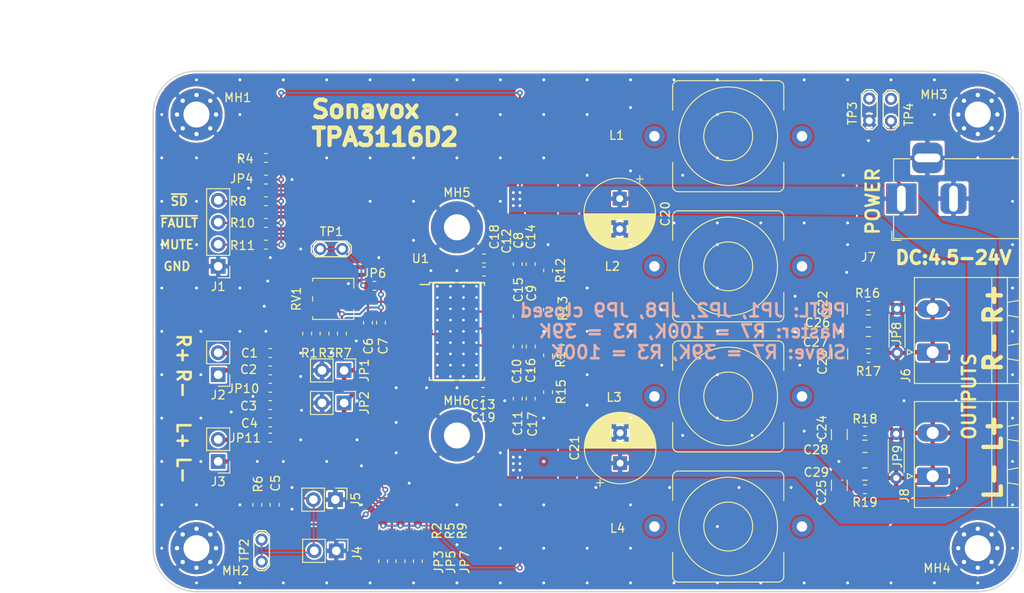
<source format=kicad_pcb>
(kicad_pcb (version 20171130) (host pcbnew "(5.1.5)-2")
  (layers (0 F.Cu signal) (31 B.Cu signal) (34 B.Paste user) (35 F.Paste user) (36 B.SilkS user) (37 F.SilkS user) (38 B.Mask user) (39 F.Mask user) (44 Edge.Cuts user))
  (net 0 "")
  (net 1 "Net-(C1-Pad2)")
  (net 2 "Net-(C1-Pad1)")
  (net 3 "Net-(C2-Pad2)")
  (net 4 "Net-(C2-Pad1)")
  (net 5 "Net-(C3-Pad2)")
  (net 6 "Net-(C3-Pad1)")
  (net 7 "Net-(C4-Pad2)")
  (net 8 "Net-(C4-Pad1)")
  (net 9 GND)
  (net 10 "Net-(C5-Pad1)")
  (net 11 "Net-(C6-Pad1)")
  (net 12 "Net-(C7-Pad1)")
  (net 13 "Net-(C8-Pad2)")
  (net 14 "Net-(C14-Pad2)")
  (net 15 "Net-(C9-Pad2)")
  (net 16 "Net-(C15-Pad2)")
  (net 17 "Net-(C10-Pad2)")
  (net 18 "Net-(C10-Pad1)")
  (net 19 "Net-(C11-Pad2)")
  (net 20 "Net-(C11-Pad1)")
  (net 21 +24V)
  (net 22 "Net-(C14-Pad1)")
  (net 23 "Net-(C15-Pad1)")
  (net 24 "Net-(C16-Pad1)")
  (net 25 "Net-(C17-Pad1)")
  (net 26 "Net-(C26-Pad1)")
  (net 27 "Net-(C27-Pad1)")
  (net 28 "Net-(C28-Pad1)")
  (net 29 "Net-(C29-Pad1)")
  (net 30 /MUTE)
  (net 31 /FAULT)
  (net 32 /SHUTDOWN)
  (net 33 "Net-(JP3-Pad1)")
  (net 34 "Net-(JP4-Pad1)")
  (net 35 "Net-(JP5-Pad1)")
  (net 36 "Net-(JP7-Pad1)")
  (net 37 "Net-(R1-Pad1)")
  (net 38 "Net-(R3-Pad1)")
  (net 39 "Net-(R6-Pad1)")
  (net 40 /OUTPR)
  (net 41 /OUTNR)
  (net 42 /OUTPL)
  (net 43 /OUTNL)
  (net 44 "Net-(JP10-Pad2)")
  (net 45 "Net-(JP11-Pad2)")
  (module Capacitor_SMD:C_1206_3216Metric (layer F.Cu) (at 129.05 97.75 90)
    (fp_text reference C25 (at -0.8 -2.05 90) (layer F.SilkS))
    (fp_text value 0.68µF/50V)
    (pad 2 smd roundrect (at 1.4 0 90) (size 1.25 1.75) (layers F.Cu F.Paste F.Mask) (roundrect_rratio 0.2) (net 9 GND))
    (pad 1 smd roundrect (at -1.4 0 90) (size 1.25 1.75) (layers F.Cu F.Paste F.Mask) (roundrect_rratio 0.2) (net 43 /OUTNL))
  )
  (module Connector_BarrelJack:BarrelJack_Horizontal (layer F.Cu) (at 136.2 64.7 180)
    (fp_text reference J7 (at 3.8 -6.75) (layer F.SilkS))
    (fp_text value Barrel_Jack_Switch)
    (pad 3 thru_hole roundrect (at -3 4.7 180) (size 3.5 3.5) (drill oval 3 1) (layers *.Cu *.Mask) (net 9 GND))
    (pad 2 thru_hole roundrect (at -6 0 180) (size 3 3.5) (drill oval 1 3) (layers *.Cu *.Mask) (net 9 GND))
    (pad 1 thru_hole rect (at 0 0 180) (size 3.5 3.5) (drill oval 1 3) (layers *.Cu *.Mask) (net 21 +24V))
  )
  (module Connector_Phoenix_MSTB:PhoenixContact_MSTBA_2,5_2-G_1x02_P5.00mm_Horizontal (layer F.Cu) (at 139.8 96.7 90)
    (fp_text reference J8 (at -2.25 -3.25 90) (layer F.SilkS))
    (fp_text value L_OUT)
    (pad 2 thru_hole oval (at 5 0 90) (size 2 3.6) (drill 1.4) (layers *.Cu *.Mask) (net 42 /OUTPL))
    (pad 1 thru_hole roundrect (at 0 0 90) (size 2 3.6) (drill 1.4) (layers *.Cu *.Mask) (roundrect_rratio 0.125) (net 43 /OUTNL))
  )
  (module Connector_Phoenix_MSTB:PhoenixContact_MSTBA_2,5_2-G_1x02_P5.00mm_Horizontal (layer F.Cu) (at 139.8 82.4 90)
    (fp_text reference J6 (at -2.7 -3.1 90) (layer F.SilkS))
    (fp_text value R_OUT)
    (pad 2 thru_hole oval (at 5 0 90) (size 2 3.6) (drill 1.4) (layers *.Cu *.Mask) (net 40 /OUTPR))
    (pad 1 thru_hole roundrect (at 0 0 90) (size 2 3.6) (drill 1.4) (layers *.Cu *.Mask) (roundrect_rratio 0.125) (net 41 /OUTNR))
  )
  (module Potentiometer_SMD:Potentiometer_Bourns_3314J_Vertical (layer F.Cu) (at 70.75 76.25 90)
    (fp_text reference RV1 (at 0 -4.25 90) (layer F.SilkS))
    (fp_text value 100K)
    (pad 3 smd rect (at -1.15 -2 90) (size 1.3 2) (layers F.Cu F.Paste F.Mask) (net 37 "Net-(R1-Pad1)"))
    (pad 2 smd rect (at 0 2 90) (size 2 2) (layers F.Cu F.Paste F.Mask) (net 11 "Net-(C6-Pad1)"))
    (pad 1 smd rect (at 1.15 -2 90) (size 1.3 2) (layers F.Cu F.Paste F.Mask) (net 12 "Net-(C7-Pad1)"))
  )
  (module Inductor_SMD:L_Bourns_SRR1260 (layer F.Cu) (at 116.25 102.5)
    (fp_text reference L4 (at -12.75 0.2) (layer F.SilkS))
    (fp_text value 10µH/5.8A)
    (pad 1 smd rect (at -4.85 0) (size 2.9 5.4) (layers F.Cu F.Paste F.Mask) (net 20 "Net-(C11-Pad1)"))
    (pad 2 smd rect (at 4.85 0) (size 2.9 5.4) (layers F.Cu F.Paste F.Mask) (net 43 /OUTNL))
  )
  (module Inductor_SMD:L_Bourns_SRR1260 (layer F.Cu) (at 116.25 87.5)
    (fp_text reference L3 (at -13.15 0.1) (layer F.SilkS))
    (fp_text value 10µH/5.8A)
    (pad 1 smd rect (at -4.85 0) (size 2.9 5.4) (layers F.Cu F.Paste F.Mask) (net 18 "Net-(C10-Pad1)"))
    (pad 2 smd rect (at 4.85 0) (size 2.9 5.4) (layers F.Cu F.Paste F.Mask) (net 42 /OUTPL))
  )
  (module Inductor_SMD:L_Bourns_SRR1260 (layer F.Cu) (at 116.25 72.5)
    (fp_text reference L2 (at -13.35 0) (layer F.SilkS))
    (fp_text value 10µH/5.8A)
    (pad 1 smd rect (at -4.85 0) (size 2.9 5.4) (layers F.Cu F.Paste F.Mask) (net 16 "Net-(C15-Pad2)"))
    (pad 2 smd rect (at 4.85 0) (size 2.9 5.4) (layers F.Cu F.Paste F.Mask) (net 41 /OUTNR))
  )
  (module Inductor_SMD:L_Bourns_SRR1260 (layer F.Cu) (at 116.25 57.5)
    (fp_text reference L1 (at -12.85 -0.1) (layer F.SilkS))
    (fp_text value 10µH/5.8A)
    (pad 1 smd rect (at -4.85 0) (size 2.9 5.4) (layers F.Cu F.Paste F.Mask) (net 14 "Net-(C14-Pad2)"))
    (pad 2 smd rect (at 4.85 0) (size 2.9 5.4) (layers F.Cu F.Paste F.Mask) (net 40 /OUTPR))
  )
  (module Package_SO:HTSSOP-32-1EP_6.1x11mm_P0.65mm_EP5.2x11mm_Mask4.11x4.36mm_ThermalVias (layer F.Cu) (at 85 80)
    (fp_text reference U1 (at -4.2 -8.4) (layer F.SilkS))
    (fp_text value TPA3116D2)
    (pad 33 smd rect (at 0 0) (size 5.2 11) (layers B.Cu) (net 9 GND))
    (pad 33 thru_hole circle (at 0.75 5.2) (size 0.6 0.6) (drill 0.3) (layers *.Cu) (net 9 GND))
    (pad 33 thru_hole circle (at 2.25 5.2) (size 0.6 0.6) (drill 0.3) (layers *.Cu) (net 9 GND))
    (pad 33 thru_hole circle (at -2.25 5.2) (size 0.6 0.6) (drill 0.3) (layers *.Cu) (net 9 GND))
    (pad 33 thru_hole circle (at -0.75 5.2) (size 0.6 0.6) (drill 0.3) (layers *.Cu) (net 9 GND))
    (pad 33 thru_hole circle (at 0.75 3.9) (size 0.6 0.6) (drill 0.3) (layers *.Cu) (net 9 GND))
    (pad 33 thru_hole circle (at 0.75 2.6) (size 0.6 0.6) (drill 0.3) (layers *.Cu) (net 9 GND))
    (pad 33 thru_hole circle (at -0.75 2.6) (size 0.6 0.6) (drill 0.3) (layers *.Cu) (net 9 GND))
    (pad 33 thru_hole circle (at -2.25 2.6) (size 0.6 0.6) (drill 0.3) (layers *.Cu) (net 9 GND))
    (pad 33 thru_hole circle (at -0.75 3.9) (size 0.6 0.6) (drill 0.3) (layers *.Cu) (net 9 GND))
    (pad 33 thru_hole circle (at 2.25 3.9) (size 0.6 0.6) (drill 0.3) (layers *.Cu) (net 9 GND))
    (pad 33 thru_hole circle (at -2.25 3.9) (size 0.6 0.6) (drill 0.3) (layers *.Cu) (net 9 GND))
    (pad 33 thru_hole circle (at 2.25 2.6) (size 0.6 0.6) (drill 0.3) (layers *.Cu) (net 9 GND))
    (pad 33 thru_hole circle (at 0.75 1.3) (size 0.6 0.6) (drill 0.3) (layers *.Cu) (net 9 GND))
    (pad 33 thru_hole circle (at 0.75 0) (size 0.6 0.6) (drill 0.3) (layers *.Cu) (net 9 GND))
    (pad 33 thru_hole circle (at -0.75 0) (size 0.6 0.6) (drill 0.3) (layers *.Cu) (net 9 GND))
    (pad 33 thru_hole circle (at -2.25 0) (size 0.6 0.6) (drill 0.3) (layers *.Cu) (net 9 GND))
    (pad 33 thru_hole circle (at -0.75 1.3) (size 0.6 0.6) (drill 0.3) (layers *.Cu) (net 9 GND))
    (pad 33 thru_hole circle (at 2.25 1.3) (size 0.6 0.6) (drill 0.3) (layers *.Cu) (net 9 GND))
    (pad 33 thru_hole circle (at -2.25 1.3) (size 0.6 0.6) (drill 0.3) (layers *.Cu) (net 9 GND))
    (pad 33 thru_hole circle (at 2.25 0) (size 0.6 0.6) (drill 0.3) (layers *.Cu) (net 9 GND))
    (pad 33 thru_hole circle (at 0.75 -1.3) (size 0.6 0.6) (drill 0.3) (layers *.Cu) (net 9 GND))
    (pad 33 thru_hole circle (at 0.75 -2.6) (size 0.6 0.6) (drill 0.3) (layers *.Cu) (net 9 GND))
    (pad 33 thru_hole circle (at -0.75 -2.6) (size 0.6 0.6) (drill 0.3) (layers *.Cu) (net 9 GND))
    (pad 33 thru_hole circle (at -2.25 -2.6) (size 0.6 0.6) (drill 0.3) (layers *.Cu) (net 9 GND))
    (pad 33 thru_hole circle (at -0.75 -1.3) (size 0.6 0.6) (drill 0.3) (layers *.Cu) (net 9 GND))
    (pad 33 thru_hole circle (at 2.25 -1.3) (size 0.6 0.6) (drill 0.3) (layers *.Cu) (net 9 GND))
    (pad 33 thru_hole circle (at -2.25 -1.3) (size 0.6 0.6) (drill 0.3) (layers *.Cu) (net 9 GND))
    (pad 33 thru_hole circle (at 2.25 -2.6) (size 0.6 0.6) (drill 0.3) (layers *.Cu) (net 9 GND))
    (pad 33 thru_hole circle (at 2.25 -3.9) (size 0.6 0.6) (drill 0.3) (layers *.Cu) (net 9 GND))
    (pad 33 thru_hole circle (at 0.75 -3.9) (size 0.6 0.6) (drill 0.3) (layers *.Cu) (net 9 GND))
    (pad 33 thru_hole circle (at -0.75 -3.9) (size 0.6 0.6) (drill 0.3) (layers *.Cu) (net 9 GND))
    (pad 33 thru_hole circle (at -2.25 -3.9) (size 0.6 0.6) (drill 0.3) (layers *.Cu) (net 9 GND))
    (pad 33 thru_hole circle (at 2.25 -5.2) (size 0.6 0.6) (drill 0.3) (layers *.Cu) (net 9 GND))
    (pad 33 thru_hole circle (at 0.75 -5.2) (size 0.6 0.6) (drill 0.3) (layers *.Cu) (net 9 GND))
    (pad 33 thru_hole circle (at -0.75 -5.2) (size 0.6 0.6) (drill 0.3) (layers *.Cu) (net 9 GND))
    (pad 33 thru_hole circle (at -2.25 -5.2) (size 0.6 0.6) (drill 0.3) (layers *.Cu) (net 9 GND))
    (pad 33 smd rect (at 0 0) (size 5.2 11) (layers F.Cu) (net 9 GND))
    (pad 32 smd rect (at 3.65 -4.875) (size 1.2 0.4) (layers F.Cu F.Paste F.Mask) (net 21 +24V))
    (pad 31 smd rect (at 3.65 -4.225) (size 1.2 0.4) (layers F.Cu F.Paste F.Mask) (net 21 +24V))
    (pad 30 smd rect (at 3.65 -3.575) (size 1.2 0.4) (layers F.Cu F.Paste F.Mask) (net 13 "Net-(C8-Pad2)"))
    (pad 29 smd rect (at 3.65 -2.925) (size 1.2 0.4) (layers F.Cu F.Paste F.Mask) (net 14 "Net-(C14-Pad2)"))
    (pad 28 smd rect (at 3.65 -2.275) (size 1.2 0.4) (layers F.Cu F.Paste F.Mask) (net 9 GND))
    (pad 27 smd rect (at 3.65 -1.625) (size 1.2 0.4) (layers F.Cu F.Paste F.Mask) (net 16 "Net-(C15-Pad2)"))
    (pad 26 smd rect (at 3.65 -0.975) (size 1.2 0.4) (layers F.Cu F.Paste F.Mask) (net 15 "Net-(C9-Pad2)"))
    (pad 25 smd rect (at 3.65 -0.325) (size 1.2 0.4) (layers F.Cu F.Paste F.Mask) (net 9 GND))
    (pad 24 smd rect (at 3.65 0.325) (size 1.2 0.4) (layers F.Cu F.Paste F.Mask) (net 17 "Net-(C10-Pad2)"))
    (pad 23 smd rect (at 3.65 0.975) (size 1.2 0.4) (layers F.Cu F.Paste F.Mask) (net 18 "Net-(C10-Pad1)"))
    (pad 22 smd rect (at 3.65 1.625) (size 1.2 0.4) (layers F.Cu F.Paste F.Mask) (net 9 GND))
    (pad 21 smd rect (at 3.65 2.275) (size 1.2 0.4) (layers F.Cu F.Paste F.Mask) (net 20 "Net-(C11-Pad1)"))
    (pad 20 smd rect (at 3.65 2.925) (size 1.2 0.4) (layers F.Cu F.Paste F.Mask) (net 19 "Net-(C11-Pad2)"))
    (pad 19 smd rect (at 3.65 3.575) (size 1.2 0.4) (layers F.Cu F.Paste F.Mask) (net 21 +24V))
    (pad 18 smd rect (at 3.65 4.225) (size 1.2 0.4) (layers F.Cu F.Paste F.Mask) (net 21 +24V))
    (pad 17 smd rect (at 3.65 4.875) (size 1.2 0.4) (layers F.Cu F.Paste F.Mask) (net 21 +24V))
    (pad 16 smd rect (at -3.65 4.875) (size 1.2 0.4) (layers F.Cu F.Paste F.Mask) (net 39 "Net-(R6-Pad1)"))
    (pad 15 smd rect (at -3.65 4.225) (size 1.2 0.4) (layers F.Cu F.Paste F.Mask) (net 36 "Net-(JP7-Pad1)"))
    (pad 14 smd rect (at -3.65 3.575) (size 1.2 0.4) (layers F.Cu F.Paste F.Mask) (net 35 "Net-(JP5-Pad1)"))
    (pad 13 smd rect (at -3.65 2.925) (size 1.2 0.4) (layers F.Cu F.Paste F.Mask) (net 33 "Net-(JP3-Pad1)"))
    (pad 12 smd rect (at -3.65 2.275) (size 1.2 0.4) (layers F.Cu F.Paste F.Mask) (net 30 /MUTE))
    (pad 11 smd rect (at -3.65 1.625) (size 1.2 0.4) (layers F.Cu F.Paste F.Mask) (net 8 "Net-(C4-Pad1)"))
    (pad 10 smd rect (at -3.65 0.975) (size 1.2 0.4) (layers F.Cu F.Paste F.Mask) (net 6 "Net-(C3-Pad1)"))
    (pad 9 smd rect (at -3.65 0.325) (size 1.2 0.4) (layers F.Cu F.Paste F.Mask) (net 9 GND))
    (pad 8 smd rect (at -3.65 -0.325) (size 1.2 0.4) (layers F.Cu F.Paste F.Mask) (net 38 "Net-(R3-Pad1)"))
    (pad 7 smd rect (at -3.65 -0.975) (size 1.2 0.4) (layers F.Cu F.Paste F.Mask) (net 12 "Net-(C7-Pad1)"))
    (pad 6 smd rect (at -3.65 -1.625) (size 1.2 0.4) (layers F.Cu F.Paste F.Mask) (net 11 "Net-(C6-Pad1)"))
    (pad 5 smd rect (at -3.65 -2.275) (size 1.2 0.4) (layers F.Cu F.Paste F.Mask) (net 4 "Net-(C2-Pad1)"))
    (pad 4 smd rect (at -3.65 -2.925) (size 1.2 0.4) (layers F.Cu F.Paste F.Mask) (net 2 "Net-(C1-Pad1)"))
    (pad 3 smd rect (at -3.65 -3.575) (size 1.2 0.4) (layers F.Cu F.Paste F.Mask) (net 31 /FAULT))
    (pad 2 smd rect (at -3.65 -4.225) (size 1.2 0.4) (layers F.Cu F.Paste F.Mask) (net 32 /SHUTDOWN))
    (pad 1 smd rect (at -3.65 -4.875) (size 1.2 0.4) (layers F.Cu F.Paste F.Mask) (net 34 "Net-(JP4-Pad1)"))
  )
  (module TestPoint:TestPoint_2Pads_Pitch2.54mm_Drill0.8mm (layer F.Cu) (at 135 55.74 90)
    (fp_text reference TP4 (at 0.74 2.05 90) (layer F.SilkS))
    (fp_text value VCC)
    (pad 2 thru_hole circle (at 2.54 0 90) (size 1.4 1.4) (drill 0.8) (layers *.Cu *.Mask))
    (pad 1 thru_hole circle (at 0 0 90) (size 1.4 1.4) (drill 0.8) (layers *.Cu *.Mask) (net 21 +24V))
  )
  (module TestPoint:TestPoint_2Pads_Pitch2.54mm_Drill0.8mm (layer F.Cu) (at 132.5 55.7 90)
    (fp_text reference TP3 (at 0.84 -1.95 90) (layer F.SilkS))
    (fp_text value GND)
    (pad 2 thru_hole circle (at 2.54 0 90) (size 1.4 1.4) (drill 0.8) (layers *.Cu *.Mask))
    (pad 1 thru_hole circle (at 0 0 90) (size 1.4 1.4) (drill 0.8) (layers *.Cu *.Mask) (net 9 GND))
  )
  (module TestPoint:TestPoint_2Pads_Pitch2.54mm_Drill0.8mm (layer F.Cu) (at 62.5 106.54 90)
    (fp_text reference TP2 (at 1.3 -2 90) (layer F.SilkS))
    (fp_text value SYNC)
    (pad 2 thru_hole circle (at 2.54 0 90) (size 1.4 1.4) (drill 0.8) (layers *.Cu *.Mask))
    (pad 1 thru_hole circle (at 0 0 90) (size 1.4 1.4) (drill 0.8) (layers *.Cu *.Mask) (net 10 "Net-(C5-Pad1)"))
  )
  (module TestPoint:TestPoint_2Pads_Pitch2.54mm_Drill0.8mm (layer F.Cu) (at 69.25 70.5)
    (fp_text reference TP1 (at 1.3 -2) (layer F.SilkS))
    (fp_text value PLIMIT)
    (pad 2 thru_hole circle (at 2.54 0) (size 1.4 1.4) (drill 0.8) (layers *.Cu *.Mask))
    (pad 1 thru_hole circle (at 0 0) (size 1.4 1.4) (drill 0.8) (layers *.Cu *.Mask) (net 11 "Net-(C6-Pad1)"))
  )
  (module Connector_PinHeader_2.54mm:PinHeader_1x02_P2.54mm_Vertical (layer F.Cu) (at 72 88.25 270)
    (fp_text reference JP2 (at 0 -2.33 90) (layer F.SilkS))
    (fp_text value PBTL)
    (pad 2 thru_hole oval (at 0 2.54 270) (size 1.7 1.7) (drill 1) (layers *.Cu *.Mask) (net 9 GND))
    (pad 1 thru_hole rect (at 0 0 270) (size 1.7 1.7) (drill 1) (layers *.Cu *.Mask) (net 8 "Net-(C4-Pad1)"))
  )
  (module Connector_PinHeader_2.54mm:PinHeader_1x02_P2.54mm_Vertical (layer F.Cu) (at 72 84.5 270)
    (fp_text reference JP1 (at 0 -2.33 90) (layer F.SilkS))
    (fp_text value PBTL)
    (pad 2 thru_hole oval (at 0 2.54 270) (size 1.7 1.7) (drill 1) (layers *.Cu *.Mask) (net 9 GND))
    (pad 1 thru_hole rect (at 0 0 270) (size 1.7 1.7) (drill 1) (layers *.Cu *.Mask) (net 6 "Net-(C3-Pad1)"))
  )
  (module Connector_PinHeader_2.54mm:PinHeader_1x02_P2.54mm_Vertical (layer F.Cu) (at 71 99.4 270)
    (fp_text reference J5 (at 0 -2.33 90) (layer F.SilkS))
    (fp_text value Sync)
    (pad 2 thru_hole oval (at 0 2.54 270) (size 1.7 1.7) (drill 1) (layers *.Cu *.Mask) (net 10 "Net-(C5-Pad1)"))
    (pad 1 thru_hole rect (at 0 0 270) (size 1.7 1.7) (drill 1) (layers *.Cu *.Mask) (net 9 GND))
  )
  (module Connector_PinHeader_2.54mm:PinHeader_1x02_P2.54mm_Vertical (layer F.Cu) (at 71.1 105.3 270)
    (fp_text reference J4 (at 0.3 -2.4 90) (layer F.SilkS))
    (fp_text value Sync)
    (pad 2 thru_hole oval (at 0 2.54 270) (size 1.7 1.7) (drill 1) (layers *.Cu *.Mask) (net 10 "Net-(C5-Pad1)"))
    (pad 1 thru_hole rect (at 0 0 270) (size 1.7 1.7) (drill 1) (layers *.Cu *.Mask) (net 9 GND))
  )
  (module Connector_PinHeader_2.54mm:PinHeader_1x02_P2.54mm_Vertical (layer F.Cu) (at 57.5 95 180)
    (fp_text reference J3 (at 0 -2.33) (layer F.SilkS))
    (fp_text value L_IN)
    (pad 2 thru_hole oval (at 0 2.54 180) (size 1.7 1.7) (drill 1) (layers *.Cu *.Mask) (net 5 "Net-(C3-Pad2)"))
    (pad 1 thru_hole rect (at 0 0 180) (size 1.7 1.7) (drill 1) (layers *.Cu *.Mask) (net 7 "Net-(C4-Pad2)"))
  )
  (module Connector_PinHeader_2.54mm:PinHeader_1x02_P2.54mm_Vertical (layer F.Cu) (at 57.5 85 180)
    (fp_text reference J2 (at 0 -2.33) (layer F.SilkS))
    (fp_text value R_IN)
    (pad 2 thru_hole oval (at 0 2.54 180) (size 1.7 1.7) (drill 1) (layers *.Cu *.Mask) (net 1 "Net-(C1-Pad2)"))
    (pad 1 thru_hole rect (at 0 0 180) (size 1.7 1.7) (drill 1) (layers *.Cu *.Mask) (net 3 "Net-(C2-Pad2)"))
  )
  (module Connector_PinHeader_2.54mm:PinHeader_1x04_P2.54mm_Vertical (layer F.Cu) (at 57.5 72.5 180)
    (fp_text reference J1 (at 0 -2.33) (layer F.SilkS))
    (fp_text value CTRL)
    (pad 4 thru_hole oval (at 0 7.62 180) (size 1.7 1.7) (drill 1) (layers *.Cu *.Mask) (net 32 /SHUTDOWN))
    (pad 3 thru_hole oval (at 0 5.08 180) (size 1.7 1.7) (drill 1) (layers *.Cu *.Mask) (net 31 /FAULT))
    (pad 2 thru_hole oval (at 0 2.54 180) (size 1.7 1.7) (drill 1) (layers *.Cu *.Mask) (net 30 /MUTE))
    (pad 1 thru_hole rect (at 0 0 180) (size 1.7 1.7) (drill 1) (layers *.Cu *.Mask) (net 9 GND))
  )
  (module MountingHole:MountingHole_3mm_Pad (layer F.Cu) (at 85 92)
    (fp_text reference MH6 (at 0 -4) (layer F.SilkS))
    (fp_text value M3)
    (pad 1 thru_hole circle (at 0 0) (size 6 6) (drill 3) (layers *.Cu *.Mask) (net 9 GND))
  )
  (module MountingHole:MountingHole_3mm_Pad (layer F.Cu) (at 85 68)
    (fp_text reference MH5 (at 0 -4) (layer F.SilkS))
    (fp_text value M3)
    (pad 1 thru_hole circle (at 0 0) (size 6 6) (drill 3) (layers *.Cu *.Mask) (net 9 GND))
  )
  (module MountingHole:MountingHole_3mm_Pad_Via (layer F.Cu) (at 145 105)
    (fp_text reference MH4 (at -4.7 2.3) (layer F.SilkS))
    (fp_text value M3)
    (pad 1 thru_hole circle (at 1.59099 -1.59099) (size 0.8 0.8) (drill 0.5) (layers *.Cu *.Mask) (net 9 GND))
    (pad 1 thru_hole circle (at 0 -2.25) (size 0.8 0.8) (drill 0.5) (layers *.Cu *.Mask) (net 9 GND))
    (pad 1 thru_hole circle (at -1.59099 -1.59099) (size 0.8 0.8) (drill 0.5) (layers *.Cu *.Mask) (net 9 GND))
    (pad 1 thru_hole circle (at -2.25 0) (size 0.8 0.8) (drill 0.5) (layers *.Cu *.Mask) (net 9 GND))
    (pad 1 thru_hole circle (at -1.59099 1.59099) (size 0.8 0.8) (drill 0.5) (layers *.Cu *.Mask) (net 9 GND))
    (pad 1 thru_hole circle (at 0 2.25) (size 0.8 0.8) (drill 0.5) (layers *.Cu *.Mask) (net 9 GND))
    (pad 1 thru_hole circle (at 1.59099 1.59099) (size 0.8 0.8) (drill 0.5) (layers *.Cu *.Mask) (net 9 GND))
    (pad 1 thru_hole circle (at 2.25 0) (size 0.8 0.8) (drill 0.5) (layers *.Cu *.Mask) (net 9 GND))
    (pad 1 thru_hole circle (at 0 0) (size 6 6) (drill 3) (layers *.Cu *.Mask) (net 9 GND))
  )
  (module MountingHole:MountingHole_3mm_Pad_Via (layer F.Cu) (at 145 55)
    (fp_text reference MH3 (at -5.05 -2.3) (layer F.SilkS))
    (fp_text value M3)
    (pad 1 thru_hole circle (at 1.59099 -1.59099) (size 0.8 0.8) (drill 0.5) (layers *.Cu *.Mask) (net 9 GND))
    (pad 1 thru_hole circle (at 0 -2.25) (size 0.8 0.8) (drill 0.5) (layers *.Cu *.Mask) (net 9 GND))
    (pad 1 thru_hole circle (at -1.59099 -1.59099) (size 0.8 0.8) (drill 0.5) (layers *.Cu *.Mask) (net 9 GND))
    (pad 1 thru_hole circle (at -2.25 0) (size 0.8 0.8) (drill 0.5) (layers *.Cu *.Mask) (net 9 GND))
    (pad 1 thru_hole circle (at -1.59099 1.59099) (size 0.8 0.8) (drill 0.5) (layers *.Cu *.Mask) (net 9 GND))
    (pad 1 thru_hole circle (at 0 2.25) (size 0.8 0.8) (drill 0.5) (layers *.Cu *.Mask) (net 9 GND))
    (pad 1 thru_hole circle (at 1.59099 1.59099) (size 0.8 0.8) (drill 0.5) (layers *.Cu *.Mask) (net 9 GND))
    (pad 1 thru_hole circle (at 2.25 0) (size 0.8 0.8) (drill 0.5) (layers *.Cu *.Mask) (net 9 GND))
    (pad 1 thru_hole circle (at 0 0) (size 6 6) (drill 3) (layers *.Cu *.Mask) (net 9 GND))
  )
  (module MountingHole:MountingHole_3mm_Pad_Via (layer F.Cu) (at 55 105)
    (fp_text reference MH2 (at 4.5 2.6) (layer F.SilkS))
    (fp_text value M3)
    (pad 1 thru_hole circle (at 1.59099 -1.59099) (size 0.8 0.8) (drill 0.5) (layers *.Cu *.Mask) (net 9 GND))
    (pad 1 thru_hole circle (at 0 -2.25) (size 0.8 0.8) (drill 0.5) (layers *.Cu *.Mask) (net 9 GND))
    (pad 1 thru_hole circle (at -1.59099 -1.59099) (size 0.8 0.8) (drill 0.5) (layers *.Cu *.Mask) (net 9 GND))
    (pad 1 thru_hole circle (at -2.25 0) (size 0.8 0.8) (drill 0.5) (layers *.Cu *.Mask) (net 9 GND))
    (pad 1 thru_hole circle (at -1.59099 1.59099) (size 0.8 0.8) (drill 0.5) (layers *.Cu *.Mask) (net 9 GND))
    (pad 1 thru_hole circle (at 0 2.25) (size 0.8 0.8) (drill 0.5) (layers *.Cu *.Mask) (net 9 GND))
    (pad 1 thru_hole circle (at 1.59099 1.59099) (size 0.8 0.8) (drill 0.5) (layers *.Cu *.Mask) (net 9 GND))
    (pad 1 thru_hole circle (at 2.25 0) (size 0.8 0.8) (drill 0.5) (layers *.Cu *.Mask) (net 9 GND))
    (pad 1 thru_hole circle (at 0 0) (size 6 6) (drill 3) (layers *.Cu *.Mask) (net 9 GND))
  )
  (module MountingHole:MountingHole_3mm_Pad_Via (layer F.Cu) (at 55 55)
    (fp_text reference MH1 (at 4.75 -1.95) (layer F.SilkS))
    (fp_text value M3)
    (pad 1 thru_hole circle (at 1.59099 -1.59099) (size 0.8 0.8) (drill 0.5) (layers *.Cu *.Mask) (net 9 GND))
    (pad 1 thru_hole circle (at 0 -2.25) (size 0.8 0.8) (drill 0.5) (layers *.Cu *.Mask) (net 9 GND))
    (pad 1 thru_hole circle (at -1.59099 -1.59099) (size 0.8 0.8) (drill 0.5) (layers *.Cu *.Mask) (net 9 GND))
    (pad 1 thru_hole circle (at -2.25 0) (size 0.8 0.8) (drill 0.5) (layers *.Cu *.Mask) (net 9 GND))
    (pad 1 thru_hole circle (at -1.59099 1.59099) (size 0.8 0.8) (drill 0.5) (layers *.Cu *.Mask) (net 9 GND))
    (pad 1 thru_hole circle (at 0 2.25) (size 0.8 0.8) (drill 0.5) (layers *.Cu *.Mask) (net 9 GND))
    (pad 1 thru_hole circle (at 1.59099 1.59099) (size 0.8 0.8) (drill 0.5) (layers *.Cu *.Mask) (net 9 GND))
    (pad 1 thru_hole circle (at 2.25 0) (size 0.8 0.8) (drill 0.5) (layers *.Cu *.Mask) (net 9 GND))
    (pad 1 thru_hole circle (at 0 0) (size 6 6) (drill 3) (layers *.Cu *.Mask) (net 9 GND))
  )
  (module Resistor_SMD:R_0603_1608Metric (layer F.Cu) (at 132 98.2 180)
    (fp_text reference R19 (at 0 -1.5) (layer F.SilkS))
    (fp_text value 3.3)
    (pad 2 smd roundrect (at 0.7875 0 180) (size 0.875 0.95) (layers F.Cu F.Paste F.Mask) (net 29 "Net-(C29-Pad1)"))
    (pad 1 smd roundrect (at -0.7875 0 180) (size 0.875 0.95) (layers F.Cu F.Paste F.Mask) (net 43 /OUTNL))
  )
  (module Resistor_SMD:R_0603_1608Metric (layer F.Cu) (at 132 91.5 180)
    (fp_text reference R18 (at 0 1.4) (layer F.SilkS))
    (fp_text value 3.3)
    (pad 2 smd roundrect (at 0.7875 0 180) (size 0.875 0.95) (layers F.Cu F.Paste F.Mask) (net 28 "Net-(C28-Pad1)"))
    (pad 1 smd roundrect (at -0.7875 0 180) (size 0.875 0.95) (layers F.Cu F.Paste F.Mask) (net 42 /OUTPL))
  )
  (module Resistor_SMD:R_0603_1608Metric (layer F.Cu) (at 132.4 83.05 180)
    (fp_text reference R17 (at 0 -1.55) (layer F.SilkS))
    (fp_text value 3.3)
    (pad 2 smd roundrect (at 0.7875 0 180) (size 0.875 0.95) (layers F.Cu F.Paste F.Mask) (net 27 "Net-(C27-Pad1)"))
    (pad 1 smd roundrect (at -0.7875 0 180) (size 0.875 0.95) (layers F.Cu F.Paste F.Mask) (net 41 /OUTNR))
  )
  (module Resistor_SMD:R_0603_1608Metric (layer F.Cu) (at 132.4 77.05 180)
    (fp_text reference R16 (at 0.1 1.45) (layer F.SilkS))
    (fp_text value 3.3)
    (pad 2 smd roundrect (at 0.7875 0 180) (size 0.875 0.95) (layers F.Cu F.Paste F.Mask) (net 26 "Net-(C26-Pad1)"))
    (pad 1 smd roundrect (at -0.7875 0 180) (size 0.875 0.95) (layers F.Cu F.Paste F.Mask) (net 40 /OUTPR))
  )
  (module Resistor_SMD:R_0603_1608Metric (layer F.Cu) (at 95.5 87.0125 90)
    (fp_text reference R15 (at 0.05 1.5 90) (layer F.SilkS))
    (fp_text value 10)
    (pad 2 smd roundrect (at 0.7875 0 90) (size 0.875 0.95) (layers F.Cu F.Paste F.Mask) (net 9 GND))
    (pad 1 smd roundrect (at -0.7875 0 90) (size 0.875 0.95) (layers F.Cu F.Paste F.Mask) (net 25 "Net-(C17-Pad1)"))
  )
  (module Resistor_SMD:R_0603_1608Metric (layer F.Cu) (at 95.5 82.75 270)
    (fp_text reference R14 (at 0 -1.43 90) (layer F.SilkS))
    (fp_text value 10)
    (pad 2 smd roundrect (at 0.7875 0 270) (size 0.875 0.95) (layers F.Cu F.Paste F.Mask) (net 9 GND))
    (pad 1 smd roundrect (at -0.7875 0 270) (size 0.875 0.95) (layers F.Cu F.Paste F.Mask) (net 24 "Net-(C16-Pad1)"))
  )
  (module Resistor_SMD:R_0603_1608Metric (layer F.Cu) (at 95.5 77.5 90)
    (fp_text reference R13 (at 0.15 1.7 90) (layer F.SilkS))
    (fp_text value 10)
    (pad 2 smd roundrect (at 0.7875 0 90) (size 0.875 0.95) (layers F.Cu F.Paste F.Mask) (net 9 GND))
    (pad 1 smd roundrect (at -0.7875 0 90) (size 0.875 0.95) (layers F.Cu F.Paste F.Mask) (net 23 "Net-(C15-Pad1)"))
  )
  (module Resistor_SMD:R_0603_1608Metric (layer F.Cu) (at 95.5 72.9875 270)
    (fp_text reference R12 (at 0 -1.43 90) (layer F.SilkS))
    (fp_text value 10)
    (pad 2 smd roundrect (at 0.7875 0 270) (size 0.875 0.95) (layers F.Cu F.Paste F.Mask) (net 9 GND))
    (pad 1 smd roundrect (at -0.7875 0 270) (size 0.875 0.95) (layers F.Cu F.Paste F.Mask) (net 22 "Net-(C14-Pad1)"))
  )
  (module Resistor_SMD:R_0603_1608Metric (layer F.Cu) (at 63 70 180)
    (fp_text reference R11 (at 2.7 -0.1) (layer F.SilkS))
    (fp_text value 100K)
    (pad 2 smd roundrect (at 0.7875 0 180) (size 0.875 0.95) (layers F.Cu F.Paste F.Mask) (net 30 /MUTE))
    (pad 1 smd roundrect (at -0.7875 0 180) (size 0.875 0.95) (layers F.Cu F.Paste F.Mask) (net 21 +24V))
  )
  (module Resistor_SMD:R_0603_1608Metric (layer F.Cu) (at 63 67.5 180)
    (fp_text reference R10 (at 2.7 0) (layer F.SilkS))
    (fp_text value 100K)
    (pad 2 smd roundrect (at 0.7875 0 180) (size 0.875 0.95) (layers F.Cu F.Paste F.Mask) (net 31 /FAULT))
    (pad 1 smd roundrect (at -0.7875 0 180) (size 0.875 0.95) (layers F.Cu F.Paste F.Mask) (net 21 +24V))
  )
  (module Resistor_SMD:R_0603_1608Metric (layer F.Cu) (at 80.5 102.75 270)
    (fp_text reference R9 (at 0.25 -5.1 90) (layer F.SilkS))
    (fp_text value 100K)
    (pad 2 smd roundrect (at 0.7875 0 270) (size 0.875 0.95) (layers F.Cu F.Paste F.Mask) (net 36 "Net-(JP7-Pad1)"))
    (pad 1 smd roundrect (at -0.7875 0 270) (size 0.875 0.95) (layers F.Cu F.Paste F.Mask) (net 21 +24V))
  )
  (module Resistor_SMD:R_0603_1608Metric (layer F.Cu) (at 63 65 180)
    (fp_text reference R8 (at 3.2 0) (layer F.SilkS))
    (fp_text value 100K)
    (pad 2 smd roundrect (at 0.7875 0 180) (size 0.875 0.95) (layers F.Cu F.Paste F.Mask) (net 32 /SHUTDOWN))
    (pad 1 smd roundrect (at -0.7875 0 180) (size 0.875 0.95) (layers F.Cu F.Paste F.Mask) (net 21 +24V))
  )
  (module Resistor_SMD:R_0603_1608Metric (layer F.Cu) (at 71.75 80.25 270)
    (fp_text reference R7 (at 2.25 -0.15 180) (layer F.SilkS))
    (fp_text value 100K)
    (pad 2 smd roundrect (at 0.7875 0 270) (size 0.875 0.95) (layers F.Cu F.Paste F.Mask) (net 38 "Net-(R3-Pad1)"))
    (pad 1 smd roundrect (at -0.7875 0 270) (size 0.875 0.95) (layers F.Cu F.Paste F.Mask) (net 12 "Net-(C7-Pad1)"))
  )
  (module Resistor_SMD:R_0603_1608Metric (layer F.Cu) (at 62 100 90)
    (fp_text reference R6 (at 2.4 0.1 90) (layer F.SilkS))
    (fp_text value 4.7K)
    (pad 2 smd roundrect (at 0.7875 0 90) (size 0.875 0.95) (layers F.Cu F.Paste F.Mask) (net 10 "Net-(C5-Pad1)"))
    (pad 1 smd roundrect (at -0.7875 0 90) (size 0.875 0.95) (layers F.Cu F.Paste F.Mask) (net 39 "Net-(R6-Pad1)"))
  )
  (module Resistor_SMD:R_0603_1608Metric (layer F.Cu) (at 78.5 102.75 270)
    (fp_text reference R5 (at 0.25 -5.7 90) (layer F.SilkS))
    (fp_text value 100K)
    (pad 2 smd roundrect (at 0.7875 0 270) (size 0.875 0.95) (layers F.Cu F.Paste F.Mask) (net 35 "Net-(JP5-Pad1)"))
    (pad 1 smd roundrect (at -0.7875 0 270) (size 0.875 0.95) (layers F.Cu F.Paste F.Mask) (net 21 +24V))
  )
  (module Resistor_SMD:R_0603_1608Metric (layer F.Cu) (at 63 60 180)
    (fp_text reference R4 (at 2.4 -0.1) (layer F.SilkS))
    (fp_text value 100K)
    (pad 2 smd roundrect (at 0.7875 0 180) (size 0.875 0.95) (layers F.Cu F.Paste F.Mask) (net 9 GND))
    (pad 1 smd roundrect (at -0.7875 0 180) (size 0.875 0.95) (layers F.Cu F.Paste F.Mask) (net 34 "Net-(JP4-Pad1)"))
  )
  (module Resistor_SMD:R_0603_1608Metric (layer F.Cu) (at 69.75 80.25 270)
    (fp_text reference R3 (at 2.25 -0.25) (layer F.SilkS))
    (fp_text value 39K)
    (pad 2 smd roundrect (at 0.7875 0 270) (size 0.875 0.95) (layers F.Cu F.Paste F.Mask) (net 9 GND))
    (pad 1 smd roundrect (at -0.7875 0 270) (size 0.875 0.95) (layers F.Cu F.Paste F.Mask) (net 38 "Net-(R3-Pad1)"))
  )
  (module Resistor_SMD:R_0603_1608Metric (layer F.Cu) (at 76.5 102.738571 270)
    (fp_text reference R2 (at 0.261429 -6.2 90) (layer F.SilkS))
    (fp_text value 100K)
    (pad 2 smd roundrect (at 0.7875 0 270) (size 0.875 0.95) (layers F.Cu F.Paste F.Mask) (net 33 "Net-(JP3-Pad1)"))
    (pad 1 smd roundrect (at -0.7875 0 270) (size 0.875 0.95) (layers F.Cu F.Paste F.Mask) (net 21 +24V))
  )
  (module Resistor_SMD:R_0603_1608Metric (layer F.Cu) (at 67.75 80.25 270)
    (fp_text reference R1 (at 2.25 -0.25 180) (layer F.SilkS))
    (fp_text value 20K)
    (pad 2 smd roundrect (at 0.7875 0 270) (size 0.875 0.95) (layers F.Cu F.Paste F.Mask) (net 9 GND))
    (pad 1 smd roundrect (at -0.7875 0 270) (size 0.875 0.95) (layers F.Cu F.Paste F.Mask) (net 37 "Net-(R1-Pad1)"))
  )
  (module Resistor_SMD:R_0603_1608Metric (layer F.Cu) (at 63.5 92.25 180)
    (fp_text reference JP11 (at 2.9 -0.05) (layer F.SilkS))
    (fp_text value LN)
    (pad 2 smd roundrect (at 0.7875 0 180) (size 0.875 0.95) (layers F.Cu F.Paste F.Mask) (net 45 "Net-(JP11-Pad2)"))
    (pad 1 smd roundrect (at -0.7875 0 180) (size 0.875 0.95) (layers F.Cu F.Paste F.Mask) (net 9 GND))
  )
  (module Resistor_SMD:R_0603_1608Metric (layer F.Cu) (at 63.5 86.5 180)
    (fp_text reference JP10 (at 3.1 -0.1) (layer F.SilkS))
    (fp_text value RN)
    (pad 2 smd roundrect (at 0.7875 0 180) (size 0.875 0.95) (layers F.Cu F.Paste F.Mask) (net 44 "Net-(JP10-Pad2)"))
    (pad 1 smd roundrect (at -0.7875 0 180) (size 0.875 0.95) (layers F.Cu F.Paste F.Mask) (net 9 GND))
  )
  (module Resistor_THT:R_Axial_DIN0204_L3.6mm_D1.6mm_P5.08mm_Horizontal (layer F.Cu) (at 135.6 91.82 270)
    (fp_text reference JP9 (at 2.63 -0.15 90) (layer F.SilkS))
    (fp_text value PBTL)
    (pad 2 thru_hole oval (at 5.08 0 270) (size 1.4 1.4) (drill 0.7) (layers *.Cu *.Mask) (net 43 /OUTNL))
    (pad 1 thru_hole circle (at 0 0 270) (size 1.4 1.4) (drill 0.7) (layers *.Cu *.Mask) (net 42 /OUTPL))
  )
  (module Resistor_THT:R_Axial_DIN0204_L3.6mm_D1.6mm_P5.08mm_Horizontal (layer F.Cu) (at 135.7 77.4 270)
    (fp_text reference JP8 (at 2.85 0.05 90) (layer F.SilkS))
    (fp_text value PBTL)
    (pad 2 thru_hole oval (at 5.08 0 270) (size 1.4 1.4) (drill 0.7) (layers *.Cu *.Mask) (net 41 /OUTNR))
    (pad 1 thru_hole circle (at 0 0 270) (size 1.4 1.4) (drill 0.7) (layers *.Cu *.Mask) (net 40 /OUTPR))
  )
  (module Resistor_SMD:R_0603_1608Metric (layer F.Cu) (at 80.5 106.5 270)
    (fp_text reference JP7 (at 0.1 -5.4 90) (layer F.SilkS))
    (fp_text value AM0)
    (pad 2 smd roundrect (at 0.7875 0 270) (size 0.875 0.95) (layers F.Cu F.Paste F.Mask) (net 9 GND))
    (pad 1 smd roundrect (at -0.7875 0 270) (size 0.875 0.95) (layers F.Cu F.Paste F.Mask) (net 36 "Net-(JP7-Pad1)"))
  )
  (module Resistor_SMD:R_0603_1608Metric (layer F.Cu) (at 75.5 74.75)
    (fp_text reference JP6 (at 0 -1.45) (layer F.SilkS))
    (fp_text value PLIM/GVDD)
    (pad 2 smd roundrect (at 0.7875 0) (size 0.875 0.95) (layers F.Cu F.Paste F.Mask) (net 12 "Net-(C7-Pad1)"))
    (pad 1 smd roundrect (at -0.7875 0) (size 0.875 0.95) (layers F.Cu F.Paste F.Mask) (net 11 "Net-(C6-Pad1)"))
  )
  (module Resistor_SMD:R_0603_1608Metric (layer F.Cu) (at 78.5 106.5 270)
    (fp_text reference JP5 (at 0.1 -5.8 90) (layer F.SilkS))
    (fp_text value AM1)
    (pad 2 smd roundrect (at 0.7875 0 270) (size 0.875 0.95) (layers F.Cu F.Paste F.Mask) (net 9 GND))
    (pad 1 smd roundrect (at -0.7875 0 270) (size 0.875 0.95) (layers F.Cu F.Paste F.Mask) (net 35 "Net-(JP5-Pad1)"))
  )
  (module Resistor_SMD:R_0603_1608Metric (layer F.Cu) (at 63 62.5)
    (fp_text reference JP4 (at -2.8 -0.1) (layer F.SilkS))
    (fp_text value BD/1SPW)
    (pad 2 smd roundrect (at 0.7875 0) (size 0.875 0.95) (layers F.Cu F.Paste F.Mask) (net 21 +24V))
    (pad 1 smd roundrect (at -0.7875 0) (size 0.875 0.95) (layers F.Cu F.Paste F.Mask) (net 34 "Net-(JP4-Pad1)"))
  )
  (module Resistor_SMD:R_0603_1608Metric (layer F.Cu) (at 76.5 106.5 270)
    (fp_text reference JP3 (at 0.1 -6.4 90) (layer F.SilkS))
    (fp_text value AM2)
    (pad 2 smd roundrect (at 0.7875 0 270) (size 0.875 0.95) (layers F.Cu F.Paste F.Mask) (net 9 GND))
    (pad 1 smd roundrect (at -0.7875 0 270) (size 0.875 0.95) (layers F.Cu F.Paste F.Mask) (net 33 "Net-(JP3-Pad1)"))
  )
  (module Capacitor_SMD:C_0805_2012Metric (layer F.Cu) (at 132 96.45 180)
    (fp_text reference C29 (at 5.6 0.2) (layer F.SilkS))
    (fp_text value 0.01µF/100V)
    (pad 2 smd roundrect (at 0.9375 0 180) (size 0.975 1.4) (layers F.Cu F.Paste F.Mask) (net 9 GND))
    (pad 1 smd roundrect (at -0.9375 0 180) (size 0.975 1.4) (layers F.Cu F.Paste F.Mask) (net 29 "Net-(C29-Pad1)"))
  )
  (module Capacitor_SMD:C_0805_2012Metric (layer F.Cu) (at 132 93.25 180)
    (fp_text reference C28 (at 5.65 -0.4) (layer F.SilkS))
    (fp_text value 0.01µF/100V)
    (pad 2 smd roundrect (at 0.9375 0 180) (size 0.975 1.4) (layers F.Cu F.Paste F.Mask) (net 9 GND))
    (pad 1 smd roundrect (at -0.9375 0 180) (size 0.975 1.4) (layers F.Cu F.Paste F.Mask) (net 28 "Net-(C28-Pad1)"))
  )
  (module Capacitor_SMD:C_0805_2012Metric (layer F.Cu) (at 132.4 81.3 180)
    (fp_text reference C27 (at 6.1 0.05) (layer F.SilkS))
    (fp_text value 0.01µF/100V)
    (pad 2 smd roundrect (at 0.9375 0 180) (size 0.975 1.4) (layers F.Cu F.Paste F.Mask) (net 9 GND))
    (pad 1 smd roundrect (at -0.9375 0 180) (size 0.975 1.4) (layers F.Cu F.Paste F.Mask) (net 27 "Net-(C27-Pad1)"))
  )
  (module Capacitor_SMD:C_0805_2012Metric (layer F.Cu) (at 132.4 78.8 180)
    (fp_text reference C26 (at 5.85 -0.2) (layer F.SilkS))
    (fp_text value 0.01µF/100V)
    (pad 2 smd roundrect (at 0.9375 0 180) (size 0.975 1.4) (layers F.Cu F.Paste F.Mask) (net 9 GND))
    (pad 1 smd roundrect (at -0.9375 0 180) (size 0.975 1.4) (layers F.Cu F.Paste F.Mask) (net 26 "Net-(C26-Pad1)"))
  )
  (module Capacitor_SMD:C_1206_3216Metric (layer F.Cu) (at 129.05 91.9 270)
    (fp_text reference C24 (at -0.8 2 90) (layer F.SilkS))
    (fp_text value 0.68µF/50V)
    (pad 2 smd roundrect (at 1.4 0 270) (size 1.25 1.75) (layers F.Cu F.Paste F.Mask) (roundrect_rratio 0.2) (net 9 GND))
    (pad 1 smd roundrect (at -1.4 0 270) (size 1.25 1.75) (layers F.Cu F.Paste F.Mask) (roundrect_rratio 0.2) (net 42 /OUTPL))
  )
  (module Capacitor_SMD:C_1206_3216Metric (layer F.Cu) (at 129.1 82.6 90)
    (fp_text reference C23 (at -0.95 -2 90) (layer F.SilkS))
    (fp_text value 0.68µF/50V)
    (pad 2 smd roundrect (at 1.4 0 90) (size 1.25 1.75) (layers F.Cu F.Paste F.Mask) (roundrect_rratio 0.2) (net 9 GND))
    (pad 1 smd roundrect (at -1.4 0 90) (size 1.25 1.75) (layers F.Cu F.Paste F.Mask) (roundrect_rratio 0.2) (net 41 /OUTNR))
  )
  (module Capacitor_SMD:C_1206_3216Metric (layer F.Cu) (at 129.05 77.4 270)
    (fp_text reference C22 (at -0.65 1.9 90) (layer F.SilkS))
    (fp_text value 0.68µF/50V)
    (pad 2 smd roundrect (at 1.4 0 270) (size 1.25 1.75) (layers F.Cu F.Paste F.Mask) (roundrect_rratio 0.2) (net 9 GND))
    (pad 1 smd roundrect (at -1.4 0 270) (size 1.25 1.75) (layers F.Cu F.Paste F.Mask) (roundrect_rratio 0.2) (net 40 /OUTPR))
  )
  (module Capacitor_THT:CP_Radial_D8.0mm_P3.50mm (layer F.Cu) (at 103.8 95.2 90)
    (fp_text reference C21 (at 1.75 -5.25 90) (layer F.SilkS))
    (fp_text value 220µF/35V)
    (pad 2 thru_hole circle (at 3.5 0 90) (size 1.6 1.6) (drill 0.8) (layers *.Cu *.Mask) (net 9 GND))
    (pad 1 thru_hole rect (at 0 0 90) (size 1.6 1.6) (drill 0.8) (layers *.Cu *.Mask) (net 21 +24V))
  )
  (module Capacitor_THT:CP_Radial_D8.0mm_P3.50mm (layer F.Cu) (at 103.75 64.7 270)
    (fp_text reference C20 (at 1.75 -5.25 90) (layer F.SilkS))
    (fp_text value 220µF/35V)
    (pad 2 thru_hole circle (at 3.5 0 270) (size 1.6 1.6) (drill 0.8) (layers *.Cu *.Mask) (net 9 GND))
    (pad 1 thru_hole rect (at 0 0 270) (size 1.6 1.6) (drill 0.8) (layers *.Cu *.Mask) (net 21 +24V))
  )
  (module Capacitor_SMD:C_0603_1608Metric (layer F.Cu) (at 88 88.5 180)
    (fp_text reference C19 (at 0 -1.43) (layer F.SilkS))
    (fp_text value 0.1µF/50V)
    (pad 2 smd roundrect (at 0.7875 0 180) (size 0.875 0.95) (layers F.Cu F.Paste F.Mask) (net 9 GND))
    (pad 1 smd roundrect (at -0.7875 0 180) (size 0.875 0.95) (layers F.Cu F.Paste F.Mask) (net 21 +24V))
  )
  (module Capacitor_SMD:C_0603_1608Metric (layer F.Cu) (at 88.1125 71.6 180)
    (fp_text reference C18 (at -1.2 2.5 90) (layer F.SilkS))
    (fp_text value 0.1µF/50V)
    (pad 2 smd roundrect (at 0.7875 0 180) (size 0.875 0.95) (layers F.Cu F.Paste F.Mask) (net 9 GND))
    (pad 1 smd roundrect (at -0.7875 0 180) (size 0.875 0.95) (layers F.Cu F.Paste F.Mask) (net 21 +24V))
  )
  (module Capacitor_SMD:C_0603_1608Metric (layer F.Cu) (at 93.5 87.75 90)
    (fp_text reference C17 (at -2.95 0.2 90) (layer F.SilkS))
    (fp_text value 330pF/50V)
    (pad 2 smd roundrect (at 0.7875 0 90) (size 0.875 0.95) (layers F.Cu F.Paste F.Mask) (net 20 "Net-(C11-Pad1)"))
    (pad 1 smd roundrect (at -0.7875 0 90) (size 0.875 0.95) (layers F.Cu F.Paste F.Mask) (net 25 "Net-(C17-Pad1)"))
  )
  (module Capacitor_SMD:C_0603_1608Metric (layer F.Cu) (at 93.5 81.75 270)
    (fp_text reference C16 (at 2.75 0 90) (layer F.SilkS))
    (fp_text value 330pF/50V)
    (pad 2 smd roundrect (at 0.7875 0 270) (size 0.875 0.95) (layers F.Cu F.Paste F.Mask) (net 18 "Net-(C10-Pad1)"))
    (pad 1 smd roundrect (at -0.7875 0 270) (size 0.875 0.95) (layers F.Cu F.Paste F.Mask) (net 24 "Net-(C16-Pad1)"))
  )
  (module Capacitor_SMD:C_0603_1608Metric (layer F.Cu) (at 93.5 78.25 90)
    (fp_text reference C15 (at 3.05 -1.43 90) (layer F.SilkS))
    (fp_text value 330pF/50V)
    (pad 2 smd roundrect (at 0.7875 0 90) (size 0.875 0.95) (layers F.Cu F.Paste F.Mask) (net 16 "Net-(C15-Pad2)"))
    (pad 1 smd roundrect (at -0.7875 0 90) (size 0.875 0.95) (layers F.Cu F.Paste F.Mask) (net 23 "Net-(C15-Pad1)"))
  )
  (module Capacitor_SMD:C_0603_1608Metric (layer F.Cu) (at 93.5 72.25 270)
    (fp_text reference C14 (at -3.15 0 90) (layer F.SilkS))
    (fp_text value 330pF/50V)
    (pad 2 smd roundrect (at 0.7875 0 270) (size 0.875 0.95) (layers F.Cu F.Paste F.Mask) (net 14 "Net-(C14-Pad2)"))
    (pad 1 smd roundrect (at -0.7875 0 270) (size 0.875 0.95) (layers F.Cu F.Paste F.Mask) (net 22 "Net-(C14-Pad1)"))
  )
  (module Capacitor_SMD:C_0603_1608Metric (layer F.Cu) (at 88 87 180)
    (fp_text reference C13 (at 0 -1.43) (layer F.SilkS))
    (fp_text value 1000pF/50V)
    (pad 2 smd roundrect (at 0.7875 0 180) (size 0.875 0.95) (layers F.Cu F.Paste F.Mask) (net 9 GND))
    (pad 1 smd roundrect (at -0.7875 0 180) (size 0.875 0.95) (layers F.Cu F.Paste F.Mask) (net 21 +24V))
  )
  (module Capacitor_SMD:C_0603_1608Metric (layer F.Cu) (at 88.1125 73.1 180)
    (fp_text reference C12 (at -2.6 3.5 90) (layer F.SilkS))
    (fp_text value 1000pF/50V)
    (pad 2 smd roundrect (at 0.7875 0 180) (size 0.875 0.95) (layers F.Cu F.Paste F.Mask) (net 9 GND))
    (pad 1 smd roundrect (at -0.7875 0 180) (size 0.875 0.95) (layers F.Cu F.Paste F.Mask) (net 21 +24V))
  )
  (module Capacitor_SMD:C_0603_1608Metric (layer F.Cu) (at 92 87.75 270)
    (fp_text reference C11 (at 2.85 0 90) (layer F.SilkS))
    (fp_text value 0.22µF/25V)
    (pad 2 smd roundrect (at 0.7875 0 270) (size 0.875 0.95) (layers F.Cu F.Paste F.Mask) (net 19 "Net-(C11-Pad2)"))
    (pad 1 smd roundrect (at -0.7875 0 270) (size 0.875 0.95) (layers F.Cu F.Paste F.Mask) (net 20 "Net-(C11-Pad1)"))
  )
  (module Capacitor_SMD:C_0603_1608Metric (layer F.Cu) (at 92 81.75 90)
    (fp_text reference C10 (at -2.85 -0.1 270) (layer F.SilkS))
    (fp_text value 0.22µF/25V)
    (pad 2 smd roundrect (at 0.7875 0 90) (size 0.875 0.95) (layers F.Cu F.Paste F.Mask) (net 17 "Net-(C10-Pad2)"))
    (pad 1 smd roundrect (at -0.7875 0 90) (size 0.875 0.95) (layers F.Cu F.Paste F.Mask) (net 18 "Net-(C10-Pad1)"))
  )
  (module Capacitor_SMD:C_0603_1608Metric (layer F.Cu) (at 92 78.25 270)
    (fp_text reference C9 (at -2.65 -1.6 90) (layer F.SilkS))
    (fp_text value 0.22µF/25V)
    (pad 2 smd roundrect (at 0.7875 0 270) (size 0.875 0.95) (layers F.Cu F.Paste F.Mask) (net 15 "Net-(C9-Pad2)"))
    (pad 1 smd roundrect (at -0.7875 0 270) (size 0.875 0.95) (layers F.Cu F.Paste F.Mask) (net 16 "Net-(C15-Pad2)"))
  )
  (module Capacitor_SMD:C_0603_1608Metric (layer F.Cu) (at 92 72.25 90)
    (fp_text reference C8 (at 2.75 0.1 90) (layer F.SilkS))
    (fp_text value 0.22µF/25V)
    (pad 2 smd roundrect (at 0.7875 0 90) (size 0.875 0.95) (layers F.Cu F.Paste F.Mask) (net 13 "Net-(C8-Pad2)"))
    (pad 1 smd roundrect (at -0.7875 0 90) (size 0.875 0.95) (layers F.Cu F.Paste F.Mask) (net 14 "Net-(C14-Pad2)"))
  )
  (module Capacitor_SMD:C_0603_1608Metric (layer F.Cu) (at 76.25 79 270)
    (fp_text reference C7 (at 2.7 -0.25 90) (layer F.SilkS))
    (fp_text value 1µF/16V)
    (pad 2 smd roundrect (at 0.7875 0 270) (size 0.875 0.95) (layers F.Cu F.Paste F.Mask) (net 9 GND))
    (pad 1 smd roundrect (at -0.7875 0 270) (size 0.875 0.95) (layers F.Cu F.Paste F.Mask) (net 12 "Net-(C7-Pad1)"))
  )
  (module Capacitor_SMD:C_0603_1608Metric (layer F.Cu) (at 74.75 79 270)
    (fp_text reference C6 (at 2.7 -0.05 90) (layer F.SilkS))
    (fp_text value 1µF/16V)
    (pad 2 smd roundrect (at 0.7875 0 270) (size 0.875 0.95) (layers F.Cu F.Paste F.Mask) (net 9 GND))
    (pad 1 smd roundrect (at -0.7875 0 270) (size 0.875 0.95) (layers F.Cu F.Paste F.Mask) (net 11 "Net-(C6-Pad1)"))
  )
  (module Capacitor_SMD:C_0603_1608Metric (layer F.Cu) (at 64 100 270)
    (fp_text reference C5 (at -2.5 -0.1 90) (layer F.SilkS))
    (fp_text value 47pF/50V)
    (pad 2 smd roundrect (at 0.7875 0 270) (size 0.875 0.95) (layers F.Cu F.Paste F.Mask) (net 9 GND))
    (pad 1 smd roundrect (at -0.7875 0 270) (size 0.875 0.95) (layers F.Cu F.Paste F.Mask) (net 10 "Net-(C5-Pad1)"))
  )
  (module Capacitor_SMD:C_0603_1608Metric (layer F.Cu) (at 63.5 90.5 180)
    (fp_text reference C4 (at 2.4 -0.1) (layer F.SilkS))
    (fp_text value 1µF/16V)
    (pad 2 smd roundrect (at 0.7875 0 180) (size 0.875 0.95) (layers F.Cu F.Paste F.Mask) (net 7 "Net-(C4-Pad2)"))
    (pad 1 smd roundrect (at -0.7875 0 180) (size 0.875 0.95) (layers F.Cu F.Paste F.Mask) (net 8 "Net-(C4-Pad1)"))
  )
  (module Capacitor_SMD:C_0603_1608Metric (layer F.Cu) (at 63.5 88.5 180)
    (fp_text reference C3 (at 2.5 -0.1) (layer F.SilkS))
    (fp_text value 1µF/16V)
    (pad 2 smd roundrect (at 0.7875 0 180) (size 0.875 0.95) (layers F.Cu F.Paste F.Mask) (net 5 "Net-(C3-Pad2)"))
    (pad 1 smd roundrect (at -0.7875 0 180) (size 0.875 0.95) (layers F.Cu F.Paste F.Mask) (net 6 "Net-(C3-Pad1)"))
  )
  (module Capacitor_SMD:C_0603_1608Metric (layer F.Cu) (at 63.5 84.5 180)
    (fp_text reference C2 (at 2.5 0.1) (layer F.SilkS))
    (fp_text value 1µF/16V)
    (pad 2 smd roundrect (at 0.7875 0 180) (size 0.875 0.95) (layers F.Cu F.Paste F.Mask) (net 3 "Net-(C2-Pad2)"))
    (pad 1 smd roundrect (at -0.7875 0 180) (size 0.875 0.95) (layers F.Cu F.Paste F.Mask) (net 4 "Net-(C2-Pad1)"))
  )
  (module Capacitor_SMD:C_0603_1608Metric (layer F.Cu) (at 63.5 82.5 180)
    (fp_text reference C1 (at 2.4 0) (layer F.SilkS))
    (fp_text value 1µF/16V)
    (pad 2 smd roundrect (at 0.7875 0 180) (size 0.875 0.95) (layers F.Cu F.Paste F.Mask) (net 1 "Net-(C1-Pad2)"))
    (pad 1 smd roundrect (at -0.7875 0 180) (size 0.875 0.95) (layers F.Cu F.Paste F.Mask) (net 2 "Net-(C1-Pad1)"))
  )
  (module VIA-0.6mm (layer F.Cu) (at 85 73)
    (fp_text reference REF** hide)
    (fp_text value VIA-0.6858mm hide)
    (pad 1 thru_hole circle (at 0 0) (size 0.6858 0.6858) (drill 0.3302) (layers *.Cu) (net 9 GND))
  )
  (module VIA-0.6mm (layer F.Cu) (at 149 70)
    (fp_text reference REF** hide)
    (fp_text value VIA-0.6858mm hide)
    (pad 1 thru_hole circle (at 0 0) (size 0.6858 0.6858) (drill 0.3302) (layers *.Cu) (net 9 GND))
  )
  (module VIA-0.6mm (layer F.Cu) (at 149 65)
    (fp_text reference REF** hide)
    (fp_text value VIA-0.6858mm hide)
    (pad 1 thru_hole circle (at 0 0) (size 0.6858 0.6858) (drill 0.3302) (layers *.Cu) (net 9 GND))
  )
  (module VIA-0.6mm (layer F.Cu) (at 149 60)
    (fp_text reference REF** hide)
    (fp_text value VIA-0.6858mm hide)
    (pad 1 thru_hole circle (at 0 0) (size 0.6858 0.6858) (drill 0.3302) (layers *.Cu) (net 9 GND))
  )
  (module VIA-0.6mm (layer F.Cu) (at 145 60)
    (fp_text reference REF** hide)
    (fp_text value VIA-0.6858mm hide)
    (pad 1 thru_hole circle (at 0 0) (size 0.6858 0.6858) (drill 0.3302) (layers *.Cu) (net 9 GND))
  )
  (module VIA-0.6mm (layer F.Cu) (at 130 55)
    (fp_text reference REF** hide)
    (fp_text value VIA-0.6858mm hide)
    (pad 1 thru_hole circle (at 0 0) (size 0.6858 0.6858) (drill 0.3302) (layers *.Cu) (net 9 GND))
  )
  (module VIA-0.6mm (layer F.Cu) (at 132.4 58)
    (fp_text reference REF** hide)
    (fp_text value VIA-0.6858mm hide)
    (pad 1 thru_hole circle (at 0 0) (size 0.6858 0.6858) (drill 0.3302) (layers *.Cu) (net 9 GND))
  )
  (module VIA-0.6mm (layer F.Cu) (at 140 55)
    (fp_text reference REF** hide)
    (fp_text value VIA-0.6858mm hide)
    (pad 1 thru_hole circle (at 0 0) (size 0.6858 0.6858) (drill 0.3302) (layers *.Cu) (net 9 GND))
  )
  (module VIA-0.6mm (layer F.Cu) (at 140 51)
    (fp_text reference REF** hide)
    (fp_text value VIA-0.6858mm hide)
    (pad 1 thru_hole circle (at 0 0) (size 0.6858 0.6858) (drill 0.3302) (layers *.Cu) (net 9 GND))
  )
  (module VIA-0.6mm (layer F.Cu) (at 135 51)
    (fp_text reference REF** hide)
    (fp_text value VIA-0.6858mm hide)
    (pad 1 thru_hole circle (at 0 0) (size 0.6858 0.6858) (drill 0.3302) (layers *.Cu) (net 9 GND))
  )
  (module VIA-0.6mm (layer F.Cu) (at 130 51)
    (fp_text reference REF** hide)
    (fp_text value VIA-0.6858mm hide)
    (pad 1 thru_hole circle (at 0 0) (size 0.6858 0.6858) (drill 0.3302) (layers *.Cu) (net 9 GND))
  )
  (module VIA-0.6mm (layer F.Cu) (at 125 51)
    (fp_text reference REF** hide)
    (fp_text value VIA-0.6858mm hide)
    (pad 1 thru_hole circle (at 0 0) (size 0.6858 0.6858) (drill 0.3302) (layers *.Cu) (net 9 GND))
  )
  (module VIA-0.6mm (layer F.Cu) (at 120 51)
    (fp_text reference REF** hide)
    (fp_text value VIA-0.6858mm hide)
    (pad 1 thru_hole circle (at 0 0) (size 0.6858 0.6858) (drill 0.3302) (layers *.Cu) (net 9 GND))
  )
  (module VIA-0.6mm (layer F.Cu) (at 73.5 88)
    (fp_text reference REF** hide)
    (fp_text value VIA-0.6858mm hide)
    (pad 1 thru_hole circle (at 0 0) (size 0.6858 0.6858) (drill 0.3302) (layers *.Cu) (net 9 GND))
  )
  (module VIA-0.6mm (layer F.Cu) (at 67.1 89.1)
    (fp_text reference REF** hide)
    (fp_text value VIA-0.6858mm hide)
    (pad 1 thru_hole circle (at 0 0) (size 0.6858 0.6858) (drill 0.3302) (layers *.Cu) (net 9 GND))
  )
  (module VIA-0.6mm (layer F.Cu) (at 59 89.3)
    (fp_text reference REF** hide)
    (fp_text value VIA-0.6858mm hide)
    (pad 1 thru_hole circle (at 0 0) (size 0.6858 0.6858) (drill 0.3302) (layers *.Cu) (net 9 GND))
  )
  (module VIA-0.6mm (layer F.Cu) (at 61.5 87.5)
    (fp_text reference REF** hide)
    (fp_text value VIA-0.6858mm hide)
    (pad 1 thru_hole circle (at 0 0) (size 0.6858 0.6858) (drill 0.3302) (layers *.Cu) (net 9 GND))
  )
  (module VIA-0.6mm (layer F.Cu) (at 67 85.2)
    (fp_text reference REF** hide)
    (fp_text value VIA-0.6858mm hide)
    (pad 1 thru_hole circle (at 0 0) (size 0.6858 0.6858) (drill 0.3302) (layers *.Cu) (net 9 GND))
  )
  (module VIA-0.6mm (layer F.Cu) (at 67 82.5)
    (fp_text reference REF** hide)
    (fp_text value VIA-0.6858mm hide)
    (pad 1 thru_hole circle (at 0 0) (size 0.6858 0.6858) (drill 0.3302) (layers *.Cu) (net 9 GND))
  )
  (module VIA-0.6mm (layer F.Cu) (at 70.5 82.5)
    (fp_text reference REF** hide)
    (fp_text value VIA-0.6858mm hide)
    (pad 1 thru_hole circle (at 0 0) (size 0.6858 0.6858) (drill 0.3302) (layers *.Cu) (net 9 GND))
  )
  (module VIA-0.6mm (layer F.Cu) (at 63.5 71.5)
    (fp_text reference REF** hide)
    (fp_text value VIA-0.6858mm hide)
    (pad 1 thru_hole circle (at 0 0) (size 0.6858 0.6858) (drill 0.3302) (layers *.Cu) (net 9 GND))
  )
  (module VIA-0.6mm (layer F.Cu) (at 51 75)
    (fp_text reference REF** hide)
    (fp_text value VIA-0.6858mm hide)
    (pad 1 thru_hole circle (at 0 0) (size 0.6858 0.6858) (drill 0.3302) (layers *.Cu) (net 9 GND))
  )
  (module VIA-0.6mm (layer F.Cu) (at 51 70)
    (fp_text reference REF** hide)
    (fp_text value VIA-0.6858mm hide)
    (pad 1 thru_hole circle (at 0 0) (size 0.6858 0.6858) (drill 0.3302) (layers *.Cu) (net 9 GND))
  )
  (module VIA-0.6mm (layer F.Cu) (at 51 65)
    (fp_text reference REF** hide)
    (fp_text value VIA-0.6858mm hide)
    (pad 1 thru_hole circle (at 0 0) (size 0.6858 0.6858) (drill 0.3302) (layers *.Cu) (net 9 GND))
  )
  (module VIA-0.6mm (layer F.Cu) (at 61 63.5)
    (fp_text reference REF** hide)
    (fp_text value VIA-0.6858mm hide)
    (pad 1 thru_hole circle (at 0 0) (size 0.6858 0.6858) (drill 0.3302) (layers *.Cu) (net 9 GND))
  )
  (module VIA-0.6mm (layer F.Cu) (at 55 65)
    (fp_text reference REF** hide)
    (fp_text value VIA-0.6858mm hide)
    (pad 1 thru_hole circle (at 0 0) (size 0.6858 0.6858) (drill 0.3302) (layers *.Cu) (net 9 GND))
  )
  (module VIA-0.6mm (layer F.Cu) (at 55 70)
    (fp_text reference REF** hide)
    (fp_text value VIA-0.6858mm hide)
    (pad 1 thru_hole circle (at 0 0) (size 0.6858 0.6858) (drill 0.3302) (layers *.Cu) (net 9 GND))
  )
  (module VIA-0.6mm (layer F.Cu) (at 55 75)
    (fp_text reference REF** hide)
    (fp_text value VIA-0.6858mm hide)
    (pad 1 thru_hole circle (at 0 0) (size 0.6858 0.6858) (drill 0.3302) (layers *.Cu) (net 9 GND))
  )
  (module VIA-0.6mm (layer F.Cu) (at 60 75)
    (fp_text reference REF** hide)
    (fp_text value VIA-0.6858mm hide)
    (pad 1 thru_hole circle (at 0 0) (size 0.6858 0.6858) (drill 0.3302) (layers *.Cu) (net 9 GND))
  )
  (module VIA-0.6mm (layer F.Cu) (at 67 70.5)
    (fp_text reference REF** hide)
    (fp_text value VIA-0.6858mm hide)
    (pad 1 thru_hole circle (at 0 0) (size 0.6858 0.6858) (drill 0.3302) (layers *.Cu) (net 9 GND))
  )
  (module VIA-0.6mm (layer F.Cu) (at 82 73)
    (fp_text reference REF** hide)
    (fp_text value VIA-0.6858mm hide)
    (pad 1 thru_hole circle (at 0 0) (size 0.6858 0.6858) (drill 0.3302) (layers *.Cu) (net 9 GND))
  )
  (module VIA-0.6mm (layer F.Cu) (at 73.4 81.1)
    (fp_text reference REF** hide)
    (fp_text value VIA-0.6858mm hide)
    (pad 1 thru_hole circle (at 0 0) (size 0.6858 0.6858) (drill 0.3302) (layers *.Cu) (net 9 GND))
  )
  (module VIA-0.6mm (layer F.Cu) (at 76 71.5)
    (fp_text reference REF** hide)
    (fp_text value VIA-0.6858mm hide)
    (pad 1 thru_hole circle (at 0 0) (size 0.6858 0.6858) (drill 0.3302) (layers *.Cu) (net 9 GND))
  )
  (module VIA-0.6mm (layer F.Cu) (at 72.5 74.5)
    (fp_text reference REF** hide)
    (fp_text value VIA-0.6858mm hide)
    (pad 1 thru_hole circle (at 0 0) (size 0.6858 0.6858) (drill 0.3302) (layers *.Cu) (net 9 GND))
  )
  (module VIA-0.6mm (layer F.Cu) (at 63.2 74.2)
    (fp_text reference REF** hide)
    (fp_text value VIA-0.6858mm hide)
    (pad 1 thru_hole circle (at 0 0) (size 0.6858 0.6858) (drill 0.3302) (layers *.Cu) (net 9 GND))
  )
  (module VIA-0.6mm (layer F.Cu) (at 62.8 77.1)
    (fp_text reference REF** hide)
    (fp_text value VIA-0.6858mm hide)
    (pad 1 thru_hole circle (at 0 0) (size 0.6858 0.6858) (drill 0.3302) (layers *.Cu) (net 9 GND))
  )
  (module VIA-0.6mm (layer F.Cu) (at 63 80)
    (fp_text reference REF** hide)
    (fp_text value VIA-0.6858mm hide)
    (pad 1 thru_hole circle (at 0 0) (size 0.6858 0.6858) (drill 0.3302) (layers *.Cu) (net 9 GND))
  )
  (module VIA-0.6mm (layer F.Cu) (at 60 80)
    (fp_text reference REF** hide)
    (fp_text value VIA-0.6858mm hide)
    (pad 1 thru_hole circle (at 0 0) (size 0.6858 0.6858) (drill 0.3302) (layers *.Cu) (net 9 GND))
  )
  (module VIA-0.6mm (layer F.Cu) (at 55.5 85)
    (fp_text reference REF** hide)
    (fp_text value VIA-0.6858mm hide)
    (pad 1 thru_hole circle (at 0 0) (size 0.6858 0.6858) (drill 0.3302) (layers *.Cu) (net 9 GND))
  )
  (module VIA-0.6mm (layer F.Cu) (at 55.5 80)
    (fp_text reference REF** hide)
    (fp_text value VIA-0.6858mm hide)
    (pad 1 thru_hole circle (at 0 0) (size 0.6858 0.6858) (drill 0.3302) (layers *.Cu) (net 9 GND))
  )
  (module VIA-0.6mm (layer F.Cu) (at 51 80)
    (fp_text reference REF** hide)
    (fp_text value VIA-0.6858mm hide)
    (pad 1 thru_hole circle (at 0 0) (size 0.6858 0.6858) (drill 0.3302) (layers *.Cu) (net 9 GND))
  )
  (module VIA-0.6mm (layer F.Cu) (at 51 85)
    (fp_text reference REF** hide)
    (fp_text value VIA-0.6858mm hide)
    (pad 1 thru_hole circle (at 0 0) (size 0.6858 0.6858) (drill 0.3302) (layers *.Cu) (net 9 GND))
  )
  (module VIA-0.6mm (layer F.Cu) (at 51 90)
    (fp_text reference REF** hide)
    (fp_text value VIA-0.6858mm hide)
    (pad 1 thru_hole circle (at 0 0) (size 0.6858 0.6858) (drill 0.3302) (layers *.Cu) (net 9 GND))
  )
  (module VIA-0.6mm (layer F.Cu) (at 55.5 90)
    (fp_text reference REF** hide)
    (fp_text value VIA-0.6858mm hide)
    (pad 1 thru_hole circle (at 0 0) (size 0.6858 0.6858) (drill 0.3302) (layers *.Cu) (net 9 GND))
  )
  (module VIA-0.6mm (layer F.Cu) (at 55.5 95)
    (fp_text reference REF** hide)
    (fp_text value VIA-0.6858mm hide)
    (pad 1 thru_hole circle (at 0 0) (size 0.6858 0.6858) (drill 0.3302) (layers *.Cu) (net 9 GND))
  )
  (module VIA-0.6mm (layer F.Cu) (at 51 95)
    (fp_text reference REF** hide)
    (fp_text value VIA-0.6858mm hide)
    (pad 1 thru_hole circle (at 0 0) (size 0.6858 0.6858) (drill 0.3302) (layers *.Cu) (net 9 GND))
  )
  (module VIA-0.6mm (layer F.Cu) (at 62 95)
    (fp_text reference REF** hide)
    (fp_text value VIA-0.6858mm hide)
    (pad 1 thru_hole circle (at 0 0) (size 0.6858 0.6858) (drill 0.3302) (layers *.Cu) (net 9 GND))
  )
  (module VIA-0.6mm (layer F.Cu) (at 65 95)
    (fp_text reference REF** hide)
    (fp_text value VIA-0.6858mm hide)
    (pad 1 thru_hole circle (at 0 0) (size 0.6858 0.6858) (drill 0.3302) (layers *.Cu) (net 9 GND))
  )
  (module VIA-0.6mm (layer F.Cu) (at 67 92.5)
    (fp_text reference REF** hide)
    (fp_text value VIA-0.6858mm hide)
    (pad 1 thru_hole circle (at 0 0) (size 0.6858 0.6858) (drill 0.3302) (layers *.Cu) (net 9 GND))
  )
  (module VIA-0.6mm (layer F.Cu) (at 70 95)
    (fp_text reference REF** hide)
    (fp_text value VIA-0.6858mm hide)
    (pad 1 thru_hole circle (at 0 0) (size 0.6858 0.6858) (drill 0.3302) (layers *.Cu) (net 9 GND))
  )
  (module VIA-0.6mm (layer F.Cu) (at 73.5 92.5)
    (fp_text reference REF** hide)
    (fp_text value VIA-0.6858mm hide)
    (pad 1 thru_hole circle (at 0 0) (size 0.6858 0.6858) (drill 0.3302) (layers *.Cu) (net 9 GND))
  )
  (module VIA-0.6mm (layer F.Cu) (at 74 95.5)
    (fp_text reference REF** hide)
    (fp_text value VIA-0.6858mm hide)
    (pad 1 thru_hole circle (at 0 0) (size 0.6858 0.6858) (drill 0.3302) (layers *.Cu) (net 9 GND))
  )
  (module VIA-0.6mm (layer F.Cu) (at 74 100)
    (fp_text reference REF** hide)
    (fp_text value VIA-0.6858mm hide)
    (pad 1 thru_hole circle (at 0 0) (size 0.6858 0.6858) (drill 0.3302) (layers *.Cu) (net 9 GND))
  )
  (module VIA-0.6mm (layer F.Cu) (at 66 98)
    (fp_text reference REF** hide)
    (fp_text value VIA-0.6858mm hide)
    (pad 1 thru_hole circle (at 0 0) (size 0.6858 0.6858) (drill 0.3302) (layers *.Cu) (net 9 GND))
  )
  (module VIA-0.6mm (layer F.Cu) (at 66 100.5)
    (fp_text reference REF** hide)
    (fp_text value VIA-0.6858mm hide)
    (pad 1 thru_hole circle (at 0 0) (size 0.6858 0.6858) (drill 0.3302) (layers *.Cu) (net 9 GND))
  )
  (module VIA-0.6mm (layer F.Cu) (at 60 105)
    (fp_text reference REF** hide)
    (fp_text value VIA-0.6858mm hide)
    (pad 1 thru_hole circle (at 0 0) (size 0.6858 0.6858) (drill 0.3302) (layers *.Cu) (net 9 GND))
  )
  (module VIA-0.6mm (layer F.Cu) (at 60 100)
    (fp_text reference REF** hide)
    (fp_text value VIA-0.6858mm hide)
    (pad 1 thru_hole circle (at 0 0) (size 0.6858 0.6858) (drill 0.3302) (layers *.Cu) (net 9 GND))
  )
  (module VIA-0.6mm (layer F.Cu) (at 55 100)
    (fp_text reference REF** hide)
    (fp_text value VIA-0.6858mm hide)
    (pad 1 thru_hole circle (at 0 0) (size 0.6858 0.6858) (drill 0.3302) (layers *.Cu) (net 9 GND))
  )
  (module VIA-0.6mm (layer F.Cu) (at 51 100)
    (fp_text reference REF** hide)
    (fp_text value VIA-0.6858mm hide)
    (pad 1 thru_hole circle (at 0 0) (size 0.6858 0.6858) (drill 0.3302) (layers *.Cu) (net 9 GND))
  )
  (module VIA-0.6mm (layer F.Cu) (at 51 105)
    (fp_text reference REF** hide)
    (fp_text value VIA-0.6858mm hide)
    (pad 1 thru_hole circle (at 0 0) (size 0.6858 0.6858) (drill 0.3302) (layers *.Cu) (net 9 GND))
  )
  (module VIA-0.6mm (layer F.Cu) (at 55 109)
    (fp_text reference REF** hide)
    (fp_text value VIA-0.6858mm hide)
    (pad 1 thru_hole circle (at 0 0) (size 0.6858 0.6858) (drill 0.3302) (layers *.Cu) (net 9 GND))
  )
  (module VIA-0.6mm (layer F.Cu) (at 60 109)
    (fp_text reference REF** hide)
    (fp_text value VIA-0.6858mm hide)
    (pad 1 thru_hole circle (at 0 0) (size 0.6858 0.6858) (drill 0.3302) (layers *.Cu) (net 9 GND))
  )
  (module VIA-0.6mm (layer F.Cu) (at 65 109)
    (fp_text reference REF** hide)
    (fp_text value VIA-0.6858mm hide)
    (pad 1 thru_hole circle (at 0 0) (size 0.6858 0.6858) (drill 0.3302) (layers *.Cu) (net 9 GND))
  )
  (module VIA-0.6mm (layer F.Cu) (at 70 109)
    (fp_text reference REF** hide)
    (fp_text value VIA-0.6858mm hide)
    (pad 1 thru_hole circle (at 0 0) (size 0.6858 0.6858) (drill 0.3302) (layers *.Cu) (net 9 GND))
  )
  (module VIA-0.6mm (layer F.Cu) (at 75 109)
    (fp_text reference REF** hide)
    (fp_text value VIA-0.6858mm hide)
    (pad 1 thru_hole circle (at 0 0) (size 0.6858 0.6858) (drill 0.3302) (layers *.Cu) (net 9 GND))
  )
  (module VIA-0.6mm (layer F.Cu) (at 80 109)
    (fp_text reference REF** hide)
    (fp_text value VIA-0.6858mm hide)
    (pad 1 thru_hole circle (at 0 0) (size 0.6858 0.6858) (drill 0.3302) (layers *.Cu) (net 9 GND))
  )
  (module VIA-0.6mm (layer F.Cu) (at 85 109)
    (fp_text reference REF** hide)
    (fp_text value VIA-0.6858mm hide)
    (pad 1 thru_hole circle (at 0 0) (size 0.6858 0.6858) (drill 0.3302) (layers *.Cu) (net 9 GND))
  )
  (module VIA-0.6mm (layer F.Cu) (at 90 109)
    (fp_text reference REF** hide)
    (fp_text value VIA-0.6858mm hide)
    (pad 1 thru_hole circle (at 0 0) (size 0.6858 0.6858) (drill 0.3302) (layers *.Cu) (net 9 GND))
  )
  (module VIA-0.6mm (layer F.Cu) (at 95 109)
    (fp_text reference REF** hide)
    (fp_text value VIA-0.6858mm hide)
    (pad 1 thru_hole circle (at 0 0) (size 0.6858 0.6858) (drill 0.3302) (layers *.Cu) (net 9 GND))
  )
  (module VIA-0.6mm (layer F.Cu) (at 100 109)
    (fp_text reference REF** hide)
    (fp_text value VIA-0.6858mm hide)
    (pad 1 thru_hole circle (at 0 0) (size 0.6858 0.6858) (drill 0.3302) (layers *.Cu) (net 9 GND))
  )
  (module VIA-0.6mm (layer F.Cu) (at 149 105)
    (fp_text reference REF** hide)
    (fp_text value VIA-0.6858mm hide)
    (pad 1 thru_hole circle (at 0 0) (size 0.6858 0.6858) (drill 0.3302) (layers *.Cu) (net 9 GND))
  )
  (module VIA-0.6mm (layer F.Cu) (at 145 109)
    (fp_text reference REF** hide)
    (fp_text value VIA-0.6858mm hide)
    (pad 1 thru_hole circle (at 0 0) (size 0.6858 0.6858) (drill 0.3302) (layers *.Cu) (net 9 GND))
  )
  (module VIA-0.6mm (layer F.Cu) (at 140 109)
    (fp_text reference REF** hide)
    (fp_text value VIA-0.6858mm hide)
    (pad 1 thru_hole circle (at 0 0) (size 0.6858 0.6858) (drill 0.3302) (layers *.Cu) (net 9 GND))
  )
  (module VIA-0.6mm (layer F.Cu) (at 135 109)
    (fp_text reference REF** hide)
    (fp_text value VIA-0.6858mm hide)
    (pad 1 thru_hole circle (at 0 0) (size 0.6858 0.6858) (drill 0.3302) (layers *.Cu) (net 9 GND))
  )
  (module VIA-0.6mm (layer F.Cu) (at 130 109)
    (fp_text reference REF** hide)
    (fp_text value VIA-0.6858mm hide)
    (pad 1 thru_hole circle (at 0 0) (size 0.6858 0.6858) (drill 0.3302) (layers *.Cu) (net 9 GND))
  )
  (module VIA-0.6mm (layer F.Cu) (at 125 109)
    (fp_text reference REF** hide)
    (fp_text value VIA-0.6858mm hide)
    (pad 1 thru_hole circle (at 0 0) (size 0.6858 0.6858) (drill 0.3302) (layers *.Cu) (net 9 GND))
  )
  (module VIA-0.6mm (layer F.Cu) (at 120 109)
    (fp_text reference REF** hide)
    (fp_text value VIA-0.6858mm hide)
    (pad 1 thru_hole circle (at 0 0) (size 0.6858 0.6858) (drill 0.3302) (layers *.Cu) (net 9 GND))
  )
  (module VIA-0.6mm (layer F.Cu) (at 115 109)
    (fp_text reference REF** hide)
    (fp_text value VIA-0.6858mm hide)
    (pad 1 thru_hole circle (at 0 0) (size 0.6858 0.6858) (drill 0.3302) (layers *.Cu) (net 9 GND))
  )
  (module VIA-0.6mm (layer F.Cu) (at 110 109)
    (fp_text reference REF** hide)
    (fp_text value VIA-0.6858mm hide)
    (pad 1 thru_hole circle (at 0 0) (size 0.6858 0.6858) (drill 0.3302) (layers *.Cu) (net 9 GND))
  )
  (module VIA-0.6mm (layer F.Cu) (at 105 109)
    (fp_text reference REF** hide)
    (fp_text value VIA-0.6858mm hide)
    (pad 1 thru_hole circle (at 0 0) (size 0.6858 0.6858) (drill 0.3302) (layers *.Cu) (net 9 GND))
  )
  (module VIA-0.6mm (layer F.Cu) (at 105 105)
    (fp_text reference REF** hide)
    (fp_text value VIA-0.6858mm hide)
    (pad 1 thru_hole circle (at 0 0) (size 0.6858 0.6858) (drill 0.3302) (layers *.Cu) (net 9 GND))
  )
  (module VIA-0.6mm (layer F.Cu) (at 100 105)
    (fp_text reference REF** hide)
    (fp_text value VIA-0.6858mm hide)
    (pad 1 thru_hole circle (at 0 0) (size 0.6858 0.6858) (drill 0.3302) (layers *.Cu) (net 9 GND))
  )
  (module VIA-0.6mm (layer F.Cu) (at 95 100)
    (fp_text reference REF** hide)
    (fp_text value VIA-0.6858mm hide)
    (pad 1 thru_hole circle (at 0 0) (size 0.6858 0.6858) (drill 0.3302) (layers *.Cu) (net 9 GND))
  )
  (module VIA-0.6mm (layer F.Cu) (at 95 105)
    (fp_text reference REF** hide)
    (fp_text value VIA-0.6858mm hide)
    (pad 1 thru_hole circle (at 0 0) (size 0.6858 0.6858) (drill 0.3302) (layers *.Cu) (net 9 GND))
  )
  (module VIA-0.6mm (layer F.Cu) (at 90 105)
    (fp_text reference REF** hide)
    (fp_text value VIA-0.6858mm hide)
    (pad 1 thru_hole circle (at 0 0) (size 0.6858 0.6858) (drill 0.3302) (layers *.Cu) (net 9 GND))
  )
  (module VIA-0.6mm (layer F.Cu) (at 85 104.6)
    (fp_text reference REF** hide)
    (fp_text value VIA-0.6858mm hide)
    (pad 1 thru_hole circle (at 0 0) (size 0.6858 0.6858) (drill 0.3302) (layers *.Cu) (net 9 GND))
  )
  (module VIA-0.6mm (layer F.Cu) (at 79.5 97.5)
    (fp_text reference REF** hide)
    (fp_text value VIA-0.6858mm hide)
    (pad 1 thru_hole circle (at 0 0) (size 0.6858 0.6858) (drill 0.3302) (layers *.Cu) (net 9 GND))
  )
  (module VIA-0.6mm (layer F.Cu) (at 85 100)
    (fp_text reference REF** hide)
    (fp_text value VIA-0.6858mm hide)
    (pad 1 thru_hole circle (at 0 0) (size 0.6858 0.6858) (drill 0.3302) (layers *.Cu) (net 9 GND))
  )
  (module VIA-0.6mm (layer F.Cu) (at 90 100)
    (fp_text reference REF** hide)
    (fp_text value VIA-0.6858mm hide)
    (pad 1 thru_hole circle (at 0 0) (size 0.6858 0.6858) (drill 0.3302) (layers *.Cu) (net 9 GND))
  )
  (module VIA-0.6mm (layer F.Cu) (at 90 94)
    (fp_text reference REF** hide)
    (fp_text value VIA-0.6858mm hide)
    (pad 1 thru_hole circle (at 0 0) (size 0.6858 0.6858) (drill 0.3302) (layers *.Cu) (net 9 GND))
  )
  (module VIA-0.6mm (layer F.Cu) (at 78 94)
    (fp_text reference REF** hide)
    (fp_text value VIA-0.6858mm hide)
    (pad 1 thru_hole circle (at 0 0) (size 0.6858 0.6858) (drill 0.3302) (layers *.Cu) (net 9 GND))
  )
  (module VIA-0.6mm (layer F.Cu) (at 78 90.5)
    (fp_text reference REF** hide)
    (fp_text value VIA-0.6858mm hide)
    (pad 1 thru_hole circle (at 0 0) (size 0.6858 0.6858) (drill 0.3302) (layers *.Cu) (net 9 GND))
  )
  (module VIA-0.6mm (layer F.Cu) (at 78 86.5)
    (fp_text reference REF** hide)
    (fp_text value VIA-0.6858mm hide)
    (pad 1 thru_hole circle (at 0 0) (size 0.6858 0.6858) (drill 0.3302) (layers *.Cu) (net 9 GND))
  )
  (module VIA-0.6mm (layer F.Cu) (at 81.5 86.5)
    (fp_text reference REF** hide)
    (fp_text value VIA-0.6858mm hide)
    (pad 1 thru_hole circle (at 0 0) (size 0.6858 0.6858) (drill 0.3302) (layers *.Cu) (net 9 GND))
  )
  (module VIA-0.6mm (layer F.Cu) (at 85 86.5)
    (fp_text reference REF** hide)
    (fp_text value VIA-0.6858mm hide)
    (pad 1 thru_hole circle (at 0 0) (size 0.6858 0.6858) (drill 0.3302) (layers *.Cu) (net 9 GND))
  )
  (module VIA-0.6mm (layer F.Cu) (at 90.5 88)
    (fp_text reference REF** hide)
    (fp_text value VIA-0.6858mm hide)
    (pad 1 thru_hole circle (at 0 0) (size 0.6858 0.6858) (drill 0.3302) (layers *.Cu) (net 9 GND))
  )
  (module VIA-0.6mm (layer F.Cu) (at 95 95)
    (fp_text reference REF** hide)
    (fp_text value VIA-0.6858mm hide)
    (pad 1 thru_hole circle (at 0 0) (size 0.6858 0.6858) (drill 0.3302) (layers *.Cu) (net 9 GND))
  )
  (module VIA-0.6mm (layer F.Cu) (at 95 90)
    (fp_text reference REF** hide)
    (fp_text value VIA-0.6858mm hide)
    (pad 1 thru_hole circle (at 0 0) (size 0.6858 0.6858) (drill 0.3302) (layers *.Cu) (net 9 GND))
  )
  (module VIA-0.6mm (layer F.Cu) (at 93.5 84.5)
    (fp_text reference REF** hide)
    (fp_text value VIA-0.6858mm hide)
    (pad 1 thru_hole circle (at 0 0) (size 0.6858 0.6858) (drill 0.3302) (layers *.Cu) (net 9 GND))
  )
  (module VIA-0.6mm (layer F.Cu) (at 100 85)
    (fp_text reference REF** hide)
    (fp_text value VIA-0.6858mm hide)
    (pad 1 thru_hole circle (at 0 0) (size 0.6858 0.6858) (drill 0.3302) (layers *.Cu) (net 9 GND))
  )
  (module VIA-0.6mm (layer F.Cu) (at 100 88.5)
    (fp_text reference REF** hide)
    (fp_text value VIA-0.6858mm hide)
    (pad 1 thru_hole circle (at 0 0) (size 0.6858 0.6858) (drill 0.3302) (layers *.Cu) (net 9 GND))
  )
  (module VIA-0.6mm (layer F.Cu) (at 105 90)
    (fp_text reference REF** hide)
    (fp_text value VIA-0.6858mm hide)
    (pad 1 thru_hole circle (at 0 0) (size 0.6858 0.6858) (drill 0.3302) (layers *.Cu) (net 9 GND))
  )
  (module VIA-0.6mm (layer F.Cu) (at 101 98)
    (fp_text reference REF** hide)
    (fp_text value VIA-0.6858mm hide)
    (pad 1 thru_hole circle (at 0 0) (size 0.6858 0.6858) (drill 0.3302) (layers *.Cu) (net 9 GND))
  )
  (module VIA-0.6mm (layer F.Cu) (at 105 100)
    (fp_text reference REF** hide)
    (fp_text value VIA-0.6858mm hide)
    (pad 1 thru_hole circle (at 0 0) (size 0.6858 0.6858) (drill 0.3302) (layers *.Cu) (net 9 GND))
  )
  (module VIA-0.6mm (layer F.Cu) (at 109.5 98)
    (fp_text reference REF** hide)
    (fp_text value VIA-0.6858mm hide)
    (pad 1 thru_hole circle (at 0 0) (size 0.6858 0.6858) (drill 0.3302) (layers *.Cu) (net 9 GND))
  )
  (module VIA-0.6mm (layer F.Cu) (at 115 102.5)
    (fp_text reference REF** hide)
    (fp_text value VIA-0.6858mm hide)
    (pad 1 thru_hole circle (at 0 0) (size 0.6858 0.6858) (drill 0.3302) (layers *.Cu) (net 9 GND))
  )
  (module VIA-0.6mm (layer F.Cu) (at 123.5 98)
    (fp_text reference REF** hide)
    (fp_text value VIA-0.6858mm hide)
    (pad 1 thru_hole circle (at 0 0) (size 0.6858 0.6858) (drill 0.3302) (layers *.Cu) (net 9 GND))
  )
  (module VIA-0.6mm (layer F.Cu) (at 117.5 98)
    (fp_text reference REF** hide)
    (fp_text value VIA-0.6858mm hide)
    (pad 1 thru_hole circle (at 0 0) (size 0.6858 0.6858) (drill 0.3302) (layers *.Cu) (net 9 GND))
  )
  (module VIA-0.6mm (layer F.Cu) (at 111 92)
    (fp_text reference REF** hide)
    (fp_text value VIA-0.6858mm hide)
    (pad 1 thru_hole circle (at 0 0) (size 0.6858 0.6858) (drill 0.3302) (layers *.Cu) (net 9 GND))
  )
  (module VIA-0.6mm (layer F.Cu) (at 115 90)
    (fp_text reference REF** hide)
    (fp_text value VIA-0.6858mm hide)
    (pad 1 thru_hole circle (at 0 0) (size 0.6858 0.6858) (drill 0.3302) (layers *.Cu) (net 9 GND))
  )
  (module VIA-0.6mm (layer F.Cu) (at 119 92)
    (fp_text reference REF** hide)
    (fp_text value VIA-0.6858mm hide)
    (pad 1 thru_hole circle (at 0 0) (size 0.6858 0.6858) (drill 0.3302) (layers *.Cu) (net 9 GND))
  )
  (module VIA-0.6mm (layer F.Cu) (at 125 91.5)
    (fp_text reference REF** hide)
    (fp_text value VIA-0.6858mm hide)
    (pad 1 thru_hole circle (at 0 0) (size 0.6858 0.6858) (drill 0.3302) (layers *.Cu) (net 9 GND))
  )
  (module VIA-0.6mm (layer F.Cu) (at 126.9 92.6)
    (fp_text reference REF** hide)
    (fp_text value VIA-0.6858mm hide)
    (pad 1 thru_hole circle (at 0 0) (size 0.6858 0.6858) (drill 0.3302) (layers *.Cu) (net 9 GND))
  )
  (module VIA-0.6mm (layer F.Cu) (at 129 95)
    (fp_text reference REF** hide)
    (fp_text value VIA-0.6858mm hide)
    (pad 1 thru_hole circle (at 0 0) (size 0.6858 0.6858) (drill 0.3302) (layers *.Cu) (net 9 GND))
  )
  (module VIA-0.6mm (layer F.Cu) (at 149 100)
    (fp_text reference REF** hide)
    (fp_text value VIA-0.6858mm hide)
    (pad 1 thru_hole circle (at 0 0) (size 0.6858 0.6858) (drill 0.3302) (layers *.Cu) (net 9 GND))
  )
  (module VIA-0.6mm (layer F.Cu) (at 149 95)
    (fp_text reference REF** hide)
    (fp_text value VIA-0.6858mm hide)
    (pad 1 thru_hole circle (at 0 0) (size 0.6858 0.6858) (drill 0.3302) (layers *.Cu) (net 9 GND))
  )
  (module VIA-0.6mm (layer F.Cu) (at 149 90)
    (fp_text reference REF** hide)
    (fp_text value VIA-0.6858mm hide)
    (pad 1 thru_hole circle (at 0 0) (size 0.6858 0.6858) (drill 0.3302) (layers *.Cu) (net 9 GND))
  )
  (module VIA-0.6mm (layer F.Cu) (at 149 85)
    (fp_text reference REF** hide)
    (fp_text value VIA-0.6858mm hide)
    (pad 1 thru_hole circle (at 0 0) (size 0.6858 0.6858) (drill 0.3302) (layers *.Cu) (net 9 GND))
  )
  (module VIA-0.6mm (layer F.Cu) (at 149 80)
    (fp_text reference REF** hide)
    (fp_text value VIA-0.6858mm hide)
    (pad 1 thru_hole circle (at 0 0) (size 0.6858 0.6858) (drill 0.3302) (layers *.Cu) (net 9 GND))
  )
  (module VIA-0.6mm (layer F.Cu) (at 149 75)
    (fp_text reference REF** hide)
    (fp_text value VIA-0.6858mm hide)
    (pad 1 thru_hole circle (at 0 0) (size 0.6858 0.6858) (drill 0.3302) (layers *.Cu) (net 9 GND))
  )
  (module VIA-0.6mm (layer F.Cu) (at 142.5 88)
    (fp_text reference REF** hide)
    (fp_text value VIA-0.6858mm hide)
    (pad 1 thru_hole circle (at 0 0) (size 0.6858 0.6858) (drill 0.3302) (layers *.Cu) (net 9 GND))
  )
  (module VIA-0.6mm (layer F.Cu) (at 136.5 88)
    (fp_text reference REF** hide)
    (fp_text value VIA-0.6858mm hide)
    (pad 1 thru_hole circle (at 0 0) (size 0.6858 0.6858) (drill 0.3302) (layers *.Cu) (net 9 GND))
  )
  (module VIA-0.6mm (layer F.Cu) (at 124.5 83.9)
    (fp_text reference REF** hide)
    (fp_text value VIA-0.6858mm hide)
    (pad 1 thru_hole circle (at 0 0) (size 0.6858 0.6858) (drill 0.3302) (layers *.Cu) (net 9 GND))
  )
  (module VIA-0.6mm (layer F.Cu) (at 129.2 80)
    (fp_text reference REF** hide)
    (fp_text value VIA-0.6858mm hide)
    (pad 1 thru_hole circle (at 0 0) (size 0.6858 0.6858) (drill 0.3302) (layers *.Cu) (net 9 GND))
  )
  (module VIA-0.6mm (layer F.Cu) (at 134.9 80)
    (fp_text reference REF** hide)
    (fp_text value VIA-0.6858mm hide)
    (pad 1 thru_hole circle (at 0 0) (size 0.6858 0.6858) (drill 0.3302) (layers *.Cu) (net 9 GND))
  )
  (module VIA-0.6mm (layer F.Cu) (at 129.9 73.2)
    (fp_text reference REF** hide)
    (fp_text value VIA-0.6858mm hide)
    (pad 1 thru_hole circle (at 0 0) (size 0.6858 0.6858) (drill 0.3302) (layers *.Cu) (net 9 GND))
  )
  (module VIA-0.6mm (layer F.Cu) (at 129.5 62)
    (fp_text reference REF** hide)
    (fp_text value VIA-0.6858mm hide)
    (pad 1 thru_hole circle (at 0 0) (size 0.6858 0.6858) (drill 0.3302) (layers *.Cu) (net 9 GND))
  )
  (module VIA-0.6mm (layer F.Cu) (at 130 70)
    (fp_text reference REF** hide)
    (fp_text value VIA-0.6858mm hide)
    (pad 1 thru_hole circle (at 0 0) (size 0.6858 0.6858) (drill 0.3302) (layers *.Cu) (net 9 GND))
  )
  (module VIA-0.6mm (layer F.Cu) (at 130 67.5)
    (fp_text reference REF** hide)
    (fp_text value VIA-0.6858mm hide)
    (pad 1 thru_hole circle (at 0 0) (size 0.6858 0.6858) (drill 0.3302) (layers *.Cu) (net 9 GND))
  )
  (module VIA-0.6mm (layer F.Cu) (at 125 67.5)
    (fp_text reference REF** hide)
    (fp_text value VIA-0.6858mm hide)
    (pad 1 thru_hole circle (at 0 0) (size 0.6858 0.6858) (drill 0.3302) (layers *.Cu) (net 9 GND))
  )
  (module VIA-0.6mm (layer F.Cu) (at 120 67.5)
    (fp_text reference REF** hide)
    (fp_text value VIA-0.6858mm hide)
    (pad 1 thru_hole circle (at 0 0) (size 0.6858 0.6858) (drill 0.3302) (layers *.Cu) (net 9 GND))
  )
  (module VIA-0.6mm (layer F.Cu) (at 110 67.5)
    (fp_text reference REF** hide)
    (fp_text value VIA-0.6858mm hide)
    (pad 1 thru_hole circle (at 0 0) (size 0.6858 0.6858) (drill 0.3302) (layers *.Cu) (net 9 GND))
  )
  (module VIA-0.6mm (layer F.Cu) (at 115 67.5)
    (fp_text reference REF** hide)
    (fp_text value VIA-0.6858mm hide)
    (pad 1 thru_hole circle (at 0 0) (size 0.6858 0.6858) (drill 0.3302) (layers *.Cu) (net 9 GND))
  )
  (module VIA-0.6mm (layer F.Cu) (at 115 70)
    (fp_text reference REF** hide)
    (fp_text value VIA-0.6858mm hide)
    (pad 1 thru_hole circle (at 0 0) (size 0.6858 0.6858) (drill 0.3302) (layers *.Cu) (net 9 GND))
  )
  (module VIA-0.6mm (layer F.Cu) (at 115 75)
    (fp_text reference REF** hide)
    (fp_text value VIA-0.6858mm hide)
    (pad 1 thru_hole circle (at 0 0) (size 0.6858 0.6858) (drill 0.3302) (layers *.Cu) (net 9 GND))
  )
  (module VIA-0.6mm (layer F.Cu) (at 123.95 75.95)
    (fp_text reference REF** hide)
    (fp_text value VIA-0.6858mm hide)
    (pad 1 thru_hole circle (at 0 0) (size 0.6858 0.6858) (drill 0.3302) (layers *.Cu) (net 9 GND))
  )
  (module VIA-0.6mm (layer F.Cu) (at 123.95 80.05)
    (fp_text reference REF** hide)
    (fp_text value VIA-0.6858mm hide)
    (pad 1 thru_hole circle (at 0 0) (size 0.6858 0.6858) (drill 0.3302) (layers *.Cu) (net 9 GND))
  )
  (module VIA-0.6mm (layer F.Cu) (at 120 80)
    (fp_text reference REF** hide)
    (fp_text value VIA-0.6858mm hide)
    (pad 1 thru_hole circle (at 0 0) (size 0.6858 0.6858) (drill 0.3302) (layers *.Cu) (net 9 GND))
  )
  (module VIA-0.6mm (layer F.Cu) (at 115 80)
    (fp_text reference REF** hide)
    (fp_text value VIA-0.6858mm hide)
    (pad 1 thru_hole circle (at 0 0) (size 0.6858 0.6858) (drill 0.3302) (layers *.Cu) (net 9 GND))
  )
  (module VIA-0.6mm (layer F.Cu) (at 115 85)
    (fp_text reference REF** hide)
    (fp_text value VIA-0.6858mm hide)
    (pad 1 thru_hole circle (at 0 0) (size 0.6858 0.6858) (drill 0.3302) (layers *.Cu) (net 9 GND))
  )
  (module VIA-0.6mm (layer F.Cu) (at 108.6 83.9)
    (fp_text reference REF** hide)
    (fp_text value VIA-0.6858mm hide)
    (pad 1 thru_hole circle (at 0 0) (size 0.6858 0.6858) (drill 0.3302) (layers *.Cu) (net 9 GND))
  )
  (module VIA-0.6mm (layer F.Cu) (at 110 80)
    (fp_text reference REF** hide)
    (fp_text value VIA-0.6858mm hide)
    (pad 1 thru_hole circle (at 0 0) (size 0.6858 0.6858) (drill 0.3302) (layers *.Cu) (net 9 GND))
  )
  (module VIA-0.6mm (layer F.Cu) (at 108.5 77.5)
    (fp_text reference REF** hide)
    (fp_text value VIA-0.6858mm hide)
    (pad 1 thru_hole circle (at 0 0) (size 0.6858 0.6858) (drill 0.3302) (layers *.Cu) (net 9 GND))
  )
  (module VIA-0.6mm (layer F.Cu) (at 105 80)
    (fp_text reference REF** hide)
    (fp_text value VIA-0.6858mm hide)
    (pad 1 thru_hole circle (at 0 0) (size 0.6858 0.6858) (drill 0.3302) (layers *.Cu) (net 9 GND))
  )
  (module VIA-0.6mm (layer F.Cu) (at 100 80)
    (fp_text reference REF** hide)
    (fp_text value VIA-0.6858mm hide)
    (pad 1 thru_hole circle (at 0 0) (size 0.6858 0.6858) (drill 0.3302) (layers *.Cu) (net 9 GND))
  )
  (module VIA-0.6mm (layer F.Cu) (at 95 80)
    (fp_text reference REF** hide)
    (fp_text value VIA-0.6858mm hide)
    (pad 1 thru_hole circle (at 0 0) (size 0.6858 0.6858) (drill 0.3302) (layers *.Cu) (net 9 GND))
  )
  (module VIA-0.6mm (layer F.Cu) (at 93 75)
    (fp_text reference REF** hide)
    (fp_text value VIA-0.6858mm hide)
    (pad 1 thru_hole circle (at 0 0) (size 0.6858 0.6858) (drill 0.3302) (layers *.Cu) (net 9 GND))
  )
  (module VIA-0.6mm (layer F.Cu) (at 100 75)
    (fp_text reference REF** hide)
    (fp_text value VIA-0.6858mm hide)
    (pad 1 thru_hole circle (at 0 0) (size 0.6858 0.6858) (drill 0.3302) (layers *.Cu) (net 9 GND))
  )
  (module VIA-0.6mm (layer F.Cu) (at 105 70)
    (fp_text reference REF** hide)
    (fp_text value VIA-0.6858mm hide)
    (pad 1 thru_hole circle (at 0 0) (size 0.6858 0.6858) (drill 0.3302) (layers *.Cu) (net 9 GND))
  )
  (module VIA-0.6mm (layer F.Cu) (at 92.5 70)
    (fp_text reference REF** hide)
    (fp_text value VIA-0.6858mm hide)
    (pad 1 thru_hole circle (at 0 0) (size 0.6858 0.6858) (drill 0.3302) (layers *.Cu) (net 9 GND))
  )
  (module VIA-0.6mm (layer F.Cu) (at 95.5 70)
    (fp_text reference REF** hide)
    (fp_text value VIA-0.6858mm hide)
    (pad 1 thru_hole circle (at 0 0) (size 0.6858 0.6858) (drill 0.3302) (layers *.Cu) (net 9 GND))
  )
  (module VIA-0.6mm (layer F.Cu) (at 100 62)
    (fp_text reference REF** hide)
    (fp_text value VIA-0.6858mm hide)
    (pad 1 thru_hole circle (at 0 0) (size 0.6858 0.6858) (drill 0.3302) (layers *.Cu) (net 9 GND))
  )
  (module VIA-0.6mm (layer F.Cu) (at 105 61.5)
    (fp_text reference REF** hide)
    (fp_text value VIA-0.6858mm hide)
    (pad 1 thru_hole circle (at 0 0) (size 0.6858 0.6858) (drill 0.3302) (layers *.Cu) (net 9 GND))
  )
  (module VIA-0.6mm (layer F.Cu) (at 111 62)
    (fp_text reference REF** hide)
    (fp_text value VIA-0.6858mm hide)
    (pad 1 thru_hole circle (at 0 0) (size 0.6858 0.6858) (drill 0.3302) (layers *.Cu) (net 9 GND))
  )
  (module VIA-0.6mm (layer F.Cu) (at 115 60)
    (fp_text reference REF** hide)
    (fp_text value VIA-0.6858mm hide)
    (pad 1 thru_hole circle (at 0 0) (size 0.6858 0.6858) (drill 0.3302) (layers *.Cu) (net 9 GND))
  )
  (module VIA-0.6mm (layer F.Cu) (at 115 55)
    (fp_text reference REF** hide)
    (fp_text value VIA-0.6858mm hide)
    (pad 1 thru_hole circle (at 0 0) (size 0.6858 0.6858) (drill 0.3302) (layers *.Cu) (net 9 GND))
  )
  (module VIA-0.6mm (layer F.Cu) (at 115 51)
    (fp_text reference REF** hide)
    (fp_text value VIA-0.6858mm hide)
    (pad 1 thru_hole circle (at 0 0) (size 0.6858 0.6858) (drill 0.3302) (layers *.Cu) (net 9 GND))
  )
  (module VIA-0.6mm (layer F.Cu) (at 110 51)
    (fp_text reference REF** hide)
    (fp_text value VIA-0.6858mm hide)
    (pad 1 thru_hole circle (at 0 0) (size 0.6858 0.6858) (drill 0.3302) (layers *.Cu) (net 9 GND))
  )
  (module VIA-0.6mm (layer F.Cu) (at 105 51)
    (fp_text reference REF** hide)
    (fp_text value VIA-0.6858mm hide)
    (pad 1 thru_hole circle (at 0 0) (size 0.6858 0.6858) (drill 0.3302) (layers *.Cu) (net 9 GND))
  )
  (module VIA-0.6mm (layer F.Cu) (at 105 54.2)
    (fp_text reference REF** hide)
    (fp_text value VIA-0.6858mm hide)
    (pad 1 thru_hole circle (at 0 0) (size 0.6858 0.6858) (drill 0.3302) (layers *.Cu) (net 9 GND))
  )
  (module VIA-0.6mm (layer F.Cu) (at 100 55)
    (fp_text reference REF** hide)
    (fp_text value VIA-0.6858mm hide)
    (pad 1 thru_hole circle (at 0 0) (size 0.6858 0.6858) (drill 0.3302) (layers *.Cu) (net 9 GND))
  )
  (module VIA-0.6mm (layer F.Cu) (at 100 51)
    (fp_text reference REF** hide)
    (fp_text value VIA-0.6858mm hide)
    (pad 1 thru_hole circle (at 0 0) (size 0.6858 0.6858) (drill 0.3302) (layers *.Cu) (net 9 GND))
  )
  (module VIA-0.6mm (layer F.Cu) (at 95 51)
    (fp_text reference REF** hide)
    (fp_text value VIA-0.6858mm hide)
    (pad 1 thru_hole circle (at 0 0) (size 0.6858 0.6858) (drill 0.3302) (layers *.Cu) (net 9 GND))
  )
  (module VIA-0.6mm (layer F.Cu) (at 80 51)
    (fp_text reference REF** hide)
    (fp_text value VIA-0.6858mm hide)
    (pad 1 thru_hole circle (at 0 0) (size 0.6858 0.6858) (drill 0.3302) (layers *.Cu) (net 9 GND))
  )
  (module VIA-0.6mm (layer F.Cu) (at 85 51)
    (fp_text reference REF** hide)
    (fp_text value VIA-0.6858mm hide)
    (pad 1 thru_hole circle (at 0 0) (size 0.6858 0.6858) (drill 0.3302) (layers *.Cu) (net 9 GND))
  )
  (module VIA-0.6mm (layer F.Cu) (at 90 51)
    (fp_text reference REF** hide)
    (fp_text value VIA-0.6858mm hide)
    (pad 1 thru_hole circle (at 0 0) (size 0.6858 0.6858) (drill 0.3302) (layers *.Cu) (net 9 GND))
  )
  (module VIA-0.6mm (layer F.Cu) (at 90 55)
    (fp_text reference REF** hide)
    (fp_text value VIA-0.6858mm hide)
    (pad 1 thru_hole circle (at 0 0) (size 0.6858 0.6858) (drill 0.3302) (layers *.Cu) (net 9 GND))
  )
  (module VIA-0.6mm (layer F.Cu) (at 95 55)
    (fp_text reference REF** hide)
    (fp_text value VIA-0.6858mm hide)
    (pad 1 thru_hole circle (at 0 0) (size 0.6858 0.6858) (drill 0.3302) (layers *.Cu) (net 9 GND))
  )
  (module VIA-0.6mm (layer F.Cu) (at 95 60)
    (fp_text reference REF** hide)
    (fp_text value VIA-0.6858mm hide)
    (pad 1 thru_hole circle (at 0 0) (size 0.6858 0.6858) (drill 0.3302) (layers *.Cu) (net 9 GND))
  )
  (module VIA-0.6mm (layer F.Cu) (at 90 60)
    (fp_text reference REF** hide)
    (fp_text value VIA-0.6858mm hide)
    (pad 1 thru_hole circle (at 0 0) (size 0.6858 0.6858) (drill 0.3302) (layers *.Cu) (net 9 GND))
  )
  (module VIA-0.6mm (layer F.Cu) (at 90 65)
    (fp_text reference REF** hide)
    (fp_text value VIA-0.6858mm hide)
    (pad 1 thru_hole circle (at 0 0) (size 0.6858 0.6858) (drill 0.3302) (layers *.Cu) (net 9 GND))
  )
  (module VIA-0.6mm (layer F.Cu) (at 80 69.5)
    (fp_text reference REF** hide)
    (fp_text value VIA-0.6858mm hide)
    (pad 1 thru_hole circle (at 0 0) (size 0.6858 0.6858) (drill 0.3302) (layers *.Cu) (net 9 GND))
  )
  (module VIA-0.6mm (layer F.Cu) (at 80 55)
    (fp_text reference REF** hide)
    (fp_text value VIA-0.6858mm hide)
    (pad 1 thru_hole circle (at 0 0) (size 0.6858 0.6858) (drill 0.3302) (layers *.Cu) (net 9 GND))
  )
  (module VIA-0.6mm (layer F.Cu) (at 85 55)
    (fp_text reference REF** hide)
    (fp_text value VIA-0.6858mm hide)
    (pad 1 thru_hole circle (at 0 0) (size 0.6858 0.6858) (drill 0.3302) (layers *.Cu) (net 9 GND))
  )
  (module VIA-0.6mm (layer F.Cu) (at 85 60)
    (fp_text reference REF** hide)
    (fp_text value VIA-0.6858mm hide)
    (pad 1 thru_hole circle (at 0 0) (size 0.6858 0.6858) (drill 0.3302) (layers *.Cu) (net 9 GND))
  )
  (module VIA-0.6mm (layer F.Cu) (at 80 60)
    (fp_text reference REF** hide)
    (fp_text value VIA-0.6858mm hide)
    (pad 1 thru_hole circle (at 0 0) (size 0.6858 0.6858) (drill 0.3302) (layers *.Cu) (net 9 GND))
  )
  (module VIA-0.6mm (layer F.Cu) (at 66 62.5)
    (fp_text reference REF** hide)
    (fp_text value VIA-0.6858mm hide)
    (pad 1 thru_hole circle (at 0 0) (size 0.6858 0.6858) (drill 0.3302) (layers *.Cu) (net 9 GND))
  )
  (module VIA-0.6mm (layer F.Cu) (at 80 65)
    (fp_text reference REF** hide)
    (fp_text value VIA-0.6858mm hide)
    (pad 1 thru_hole circle (at 0 0) (size 0.6858 0.6858) (drill 0.3302) (layers *.Cu) (net 9 GND))
  )
  (module VIA-0.6mm (layer F.Cu) (at 75 65)
    (fp_text reference REF** hide)
    (fp_text value VIA-0.6858mm hide)
    (pad 1 thru_hole circle (at 0 0) (size 0.6858 0.6858) (drill 0.3302) (layers *.Cu) (net 9 GND))
  )
  (module VIA-0.6mm (layer F.Cu) (at 75 60)
    (fp_text reference REF** hide)
    (fp_text value VIA-0.6858mm hide)
    (pad 1 thru_hole circle (at 0 0) (size 0.6858 0.6858) (drill 0.3302) (layers *.Cu) (net 9 GND))
  )
  (module VIA-0.6mm (layer F.Cu) (at 75 55)
    (fp_text reference REF** hide)
    (fp_text value VIA-0.6858mm hide)
    (pad 1 thru_hole circle (at 0 0) (size 0.6858 0.6858) (drill 0.3302) (layers *.Cu) (net 9 GND))
  )
  (module VIA-0.6mm (layer F.Cu) (at 75 51)
    (fp_text reference REF** hide)
    (fp_text value VIA-0.6858mm hide)
    (pad 1 thru_hole circle (at 0 0) (size 0.6858 0.6858) (drill 0.3302) (layers *.Cu) (net 9 GND))
  )
  (module VIA-0.6mm (layer F.Cu) (at 55 51)
    (fp_text reference REF** hide)
    (fp_text value VIA-0.6858mm hide)
    (pad 1 thru_hole circle (at 0 0) (size 0.6858 0.6858) (drill 0.3302) (layers *.Cu) (net 9 GND))
  )
  (module VIA-0.6mm (layer F.Cu) (at 51 55)
    (fp_text reference REF** hide)
    (fp_text value VIA-0.6858mm hide)
    (pad 1 thru_hole circle (at 0 0) (size 0.6858 0.6858) (drill 0.3302) (layers *.Cu) (net 9 GND))
  )
  (module VIA-0.6mm (layer F.Cu) (at 51 60)
    (fp_text reference REF** hide)
    (fp_text value VIA-0.6858mm hide)
    (pad 1 thru_hole circle (at 0 0) (size 0.6858 0.6858) (drill 0.3302) (layers *.Cu) (net 9 GND))
  )
  (module VIA-0.6mm (layer F.Cu) (at 55 60)
    (fp_text reference REF** hide)
    (fp_text value VIA-0.6858mm hide)
    (pad 1 thru_hole circle (at 0 0) (size 0.6858 0.6858) (drill 0.3302) (layers *.Cu) (net 9 GND))
  )
  (module VIA-0.6mm (layer F.Cu) (at 60 60)
    (fp_text reference REF** hide)
    (fp_text value VIA-0.6858mm hide)
    (pad 1 thru_hole circle (at 0 0) (size 0.6858 0.6858) (drill 0.3302) (layers *.Cu) (net 9 GND))
  )
  (module VIA-0.6mm (layer F.Cu) (at 70 60)
    (fp_text reference REF** hide)
    (fp_text value VIA-0.6858mm hide)
    (pad 1 thru_hole circle (at 0 0) (size 0.6858 0.6858) (drill 0.3302) (layers *.Cu) (net 9 GND))
  )
  (module VIA-0.6mm (layer F.Cu) (at 70 51)
    (fp_text reference REF** hide)
    (fp_text value VIA-0.6858mm hide)
    (pad 1 thru_hole circle (at 0 0) (size 0.6858 0.6858) (drill 0.3302) (layers *.Cu) (net 9 GND))
  )
  (module VIA-0.6mm (layer F.Cu) (at 70 55)
    (fp_text reference REF** hide)
    (fp_text value VIA-0.6858mm hide)
    (pad 1 thru_hole circle (at 0 0) (size 0.6858 0.6858) (drill 0.3302) (layers *.Cu) (net 9 GND))
  )
  (module VIA-0.6mm (layer F.Cu) (at 60 55)
    (fp_text reference REF** hide)
    (fp_text value VIA-0.6858mm hide)
    (pad 1 thru_hole circle (at 0 0) (size 0.6858 0.6858) (drill 0.3302) (layers *.Cu) (net 9 GND))
  )
  (module VIA-0.6mm (layer F.Cu) (at 60 51)
    (fp_text reference REF** hide)
    (fp_text value VIA-0.6858mm hide)
    (pad 1 thru_hole circle (at 0 0) (size 0.6858 0.6858) (drill 0.3302) (layers *.Cu) (net 9 GND))
  )
  (module VIA-0.6mm (layer F.Cu) (at 65 51)
    (fp_text reference REF** hide)
    (fp_text value VIA-0.6858mm hide)
    (pad 1 thru_hole circle (at 0 0) (size 0.6858 0.6858) (drill 0.3302) (layers *.Cu) (net 9 GND))
  )
  (module Inductors_THT:L_Toroid_Horizontal_D11.2mm_P17.00mm_Diameter12-5mm_Amidon-T44 (layer F.Cu) (at 107.75 57.5)
    (fp_text reference L5 hide)
    (fp_text value 10µH/5.8A)
    (pad 1 thru_hole circle (at 0 0) (size 2.4 2.4) (drill 1.2) (layers *.Cu *.Mask) (net 14 "Net-(C14-Pad2)"))
    (pad 2 thru_hole circle (at 17 0) (size 2.4 2.4) (drill 1.2) (layers *.Cu *.Mask) (net 40 /OUTPR))
  )
  (module Inductors_THT:L_Toroid_Horizontal_D11.2mm_P17.00mm_Diameter12-5mm_Amidon-T44 (layer F.Cu) (at 107.75 72.5)
    (fp_text reference L6 hide)
    (fp_text value 10µH/5.8A)
    (pad 1 thru_hole circle (at 0 0) (size 2.4 2.4) (drill 1.2) (layers *.Cu *.Mask) (net 16 "Net-(C15-Pad2)"))
    (pad 2 thru_hole circle (at 17 0) (size 2.4 2.4) (drill 1.2) (layers *.Cu *.Mask) (net 41 /OUTNR))
  )
  (module Inductors_THT:L_Toroid_Horizontal_D11.2mm_P17.00mm_Diameter12-5mm_Amidon-T44 (layer F.Cu) (at 107.75 87.5)
    (fp_text reference L7 hide)
    (fp_text value 10µH/5.8A)
    (pad 1 thru_hole circle (at 0 0) (size 2.4 2.4) (drill 1.2) (layers *.Cu *.Mask) (net 18 "Net-(C10-Pad1)"))
    (pad 2 thru_hole circle (at 17 0) (size 2.4 2.4) (drill 1.2) (layers *.Cu *.Mask) (net 42 /OUTPL))
  )
  (module Inductors_THT:L_Toroid_Horizontal_D11.2mm_P17.00mm_Diameter12-5mm_Amidon-T44 (layer F.Cu) (at 107.75 102.5)
    (fp_text reference L8 hide)
    (fp_text value 10µH/5.8A)
    (pad 1 thru_hole circle (at 0 0) (size 2.4 2.4) (drill 1.2) (layers *.Cu *.Mask) (net 20 "Net-(C11-Pad1)"))
    (pad 2 thru_hole circle (at 17 0) (size 2.4 2.4) (drill 1.2) (layers *.Cu *.Mask) (net 43 /OUTNL))
  )
  (gr_text "PBTL: JP1, JP2, JP8, JP9 closed\nMaster: R7 = 100K, R3 = 39K\nSlave: R7 = 39K, R3 = 100K\n" (at 130 80) (layer B.SilkS) (effects (font (size 1.5 1.5) (thickness 0.3)) (justify left mirror)))
  (gr_text "Sonavox\nTPA3116D2" (at 68 56) (layer F.SilkS) (effects (font (size 2 2) (thickness 0.5)) (justify left)))
  (gr_text GND (at 52.75 72.5) (layer F.SilkS) (effects (font (size 1 1) (thickness 0.2))))
  (gr_text MUTE (at 52.75 70) (layer F.SilkS) (effects (font (size 1 1) (thickness 0.2))))
  (gr_text ~FAULT (at 53 67.5) (layer F.SilkS) (effects (font (size 1 1) (thickness 0.2))))
  (gr_text ~SD (at 53 65) (layer F.SilkS) (effects (font (size 1 1) (thickness 0.2))))
  (gr_text R- (at 53.5 86 270) (layer F.SilkS) (effects (font (size 1.5 1.5) (thickness 0.3))))
  (gr_text R+ (at 53.5 82 270) (layer F.SilkS) (effects (font (size 1.5 1.5) (thickness 0.3))))
  (gr_text L- (at 53.5 96 270) (layer F.SilkS) (effects (font (size 1.5 1.5) (thickness 0.3))))
  (gr_text L+ (at 53.5 92 270) (layer F.SilkS) (effects (font (size 1.5 1.5) (thickness 0.3))))
  (gr_text OUTPUTS (at 144 87.5 90) (layer F.SilkS) (effects (font (size 1.5 1.5) (thickness 0.3))))
  (gr_text L+ (at 146.75 91.75 90) (layer F.SilkS) (effects (font (size 2 2) (thickness 0.5))))
  (gr_text L- (at 146.75 97.25 90) (layer F.SilkS) (effects (font (size 2 2) (thickness 0.5))))
  (gr_text R- (at 146.75 82.35 90) (layer F.SilkS) (effects (font (size 2 2) (thickness 0.5))))
  (gr_text R+ (at 146.75 76.85 90) (layer F.SilkS) (effects (font (size 2 2) (thickness 0.5))))
  (gr_text DC:4.5-24V (at 142.2 71.5) (layer F.SilkS) (effects (font (size 1.5 1.5) (thickness 0.375))))
  (gr_text POWER (at 132.9 65 90) (layer F.SilkS) (effects (font (size 1.5 1.5) (thickness 0.3))))
  (gr_line (start 50 55) (end 50 105) (layer Edge.Cuts) (width 0.15))
  (gr_line (start 145 50) (end 55 50) (layer Edge.Cuts) (width 0.15))
  (gr_line (start 150 105) (end 150 55) (layer Edge.Cuts) (width 0.15))
  (gr_line (start 55 110) (end 145 110) (layer Edge.Cuts) (width 0.15))
  (gr_arc (start 55 105) (end 55 110) (angle 90) (layer Edge.Cuts) (width 0.15))
  (gr_arc (start 145 105) (end 150 105) (angle 90) (layer Edge.Cuts) (width 0.15))
  (gr_arc (start 145 55) (end 145 50) (angle 90) (layer Edge.Cuts) (width 0.15))
  (gr_arc (start 55 55) (end 50 55) (angle 90) (layer Edge.Cuts) (width 0.15))
  (segment (start 57.5 82.5) (end 62.75 82.5) (width 0.5) (layer F.Cu) (net 1))
  (segment (start 81.35 77.075) (end 80.55 77.075) (width 0.2) (layer F.Cu) (net 2))
  (segment (start 80.55 77.075) (end 80.525 77.1) (width 0.2) (layer F.Cu) (net 2))
  (segment (start 80.525 77.1) (end 79.457329 77.1) (width 0.2) (layer F.Cu) (net 2))
  (segment (start 64.25 76.087192) (end 64.25 82.5) (width 0.5) (layer F.Cu) (net 2))
  (segment (start 64.25 74.423494) (end 64.25 76.087192) (width 0.5) (layer F.Cu) (net 2))
  (segment (start 79.457329 77.1) (end 78.150009 75.79268) (width 0.5) (layer F.Cu) (net 2))
  (segment (start 77.242799 72.599991) (end 66.073504 72.59999) (width 0.5) (layer F.Cu) (net 2))
  (segment (start 78.150009 75.79268) (end 78.150009 73.507201) (width 0.5) (layer F.Cu) (net 2))
  (segment (start 78.150009 73.507201) (end 77.242799 72.599991) (width 0.5) (layer F.Cu) (net 2))
  (segment (start 66.073504 72.59999) (end 64.25 74.423494) (width 0.5) (layer F.Cu) (net 2))
  (segment (start 62.75 84.5) (end 62.75 86.5) (width 0.5) (layer F.Cu) (net 3))
  (segment (start 62.75 84.5) (end 58 84.5) (width 0.5) (layer F.Cu) (net 3))
  (segment (start 58 84.5) (end 57.5 85) (width 0.5) (layer F.Cu) (net 3))
  (segment (start 81.35 77.725) (end 80.55 77.725) (width 0.2) (layer F.Cu) (net 4))
  (segment (start 80.55 77.725) (end 80.475 77.8) (width 0.2) (layer F.Cu) (net 4))
  (segment (start 80.475 77.8) (end 78.884523 77.8) (width 0.2) (layer F.Cu) (net 4))
  (segment (start 78.884523 77.8) (end 77.25 76.165477) (width 0.5) (layer F.Cu) (net 4))
  (segment (start 77.25 76.165477) (end 77.25 73.879998) (width 0.5) (layer F.Cu) (net 4))
  (segment (start 77.25 73.879998) (end 76.870002 73.5) (width 0.5) (layer F.Cu) (net 4))
  (segment (start 68.3 73.5) (end 68.109998 73.5) (width 0.5) (layer F.Cu) (net 4))
  (segment (start 76.870002 73.5) (end 68.3 73.5) (width 0.5) (layer F.Cu) (net 4))
  (segment (start 65.5 84.15) (end 65.15 84.5) (width 0.5) (layer F.Cu) (net 4))
  (segment (start 65.15 84.5) (end 64.25 84.5) (width 0.5) (layer F.Cu) (net 4))
  (segment (start 65.5 75) (end 65.5 84.15) (width 0.5) (layer F.Cu) (net 4))
  (segment (start 68.3 73.5) (end 67 73.5) (width 0.5) (layer F.Cu) (net 4))
  (segment (start 67 73.5) (end 65.5 75) (width 0.5) (layer F.Cu) (net 4))
  (segment (start 57.5 92.5) (end 58.725 92.5) (width 0.5) (layer F.Cu) (net 5))
  (segment (start 58.725 92.5) (end 62.725 88.5) (width 0.5) (layer F.Cu) (net 5))
  (segment (start 62.725 88.5) (end 62.75 88.5) (width 0.5) (layer F.Cu) (net 5))
  (segment (start 80.2 80.99999) (end 80.22499 80.975) (width 0.2) (layer F.Cu) (net 6))
  (segment (start 80.22499 80.975) (end 81.35 80.975) (width 0.2) (layer F.Cu) (net 6))
  (segment (start 76.560451 80.99999) (end 80.2 80.99999) (width 0.5) (layer F.Cu) (net 6))
  (segment (start 72 84.5) (end 73.060441 84.5) (width 0.5) (layer F.Cu) (net 6))
  (segment (start 73.060441 84.5) (end 76.560451 80.99999) (width 0.5) (layer F.Cu) (net 6))
  (segment (start 72 84.25) (end 72 83.977194) (width 0.5) (layer F.Cu) (net 6))
  (segment (start 72 84.5) (end 72 84.25) (width 0.5) (layer F.Cu) (net 6))
  (segment (start 64.25 88.5) (end 66 88.5) (width 0.5) (layer F.Cu) (net 6))
  (segment (start 71.35 86.5) (end 72 85.85) (width 0.5) (layer F.Cu) (net 6))
  (segment (start 66 88.5) (end 68 86.5) (width 0.5) (layer F.Cu) (net 6))
  (segment (start 68 86.5) (end 71.35 86.5) (width 0.5) (layer F.Cu) (net 6))
  (segment (start 72 85.85) (end 72 84.5) (width 0.5) (layer F.Cu) (net 6))
  (segment (start 62.75 92.25) (end 62.75 92.45) (width 0.5) (layer F.Cu) (net 7))
  (segment (start 62.75 92.45) (end 60.2 95) (width 0.5) (layer F.Cu) (net 7))
  (segment (start 58.925 95) (end 57.5 95) (width 0.5) (layer F.Cu) (net 7))
  (segment (start 60.2 95) (end 58.925 95) (width 0.5) (layer F.Cu) (net 7))
  (segment (start 62.75 90.5) (end 62.75 92.25) (width 0.5) (layer F.Cu) (net 7))
  (segment (start 80.2 81.7) (end 80.275 81.625) (width 0.2) (layer F.Cu) (net 8))
  (segment (start 80.275 81.625) (end 81.35 81.625) (width 0.2) (layer F.Cu) (net 8))
  (segment (start 76.850404 81.7) (end 80.2 81.7) (width 0.5) (layer F.Cu) (net 8))
  (segment (start 73.5 85.9) (end 73.5 86.75) (width 0.5) (layer F.Cu) (net 8))
  (segment (start 73.5 85.9) (end 73.5 85.050404) (width 0.5) (layer F.Cu) (net 8))
  (segment (start 73.5 85.050404) (end 76.850404 81.7) (width 0.5) (layer F.Cu) (net 8))
  (segment (start 73.5 86.75) (end 72 88.25) (width 0.5) (layer F.Cu) (net 8))
  (segment (start 64.25 90.5) (end 71.25 90.5) (width 0.5) (layer F.Cu) (net 8))
  (segment (start 71.25 90.5) (end 72 89.75) (width 0.5) (layer F.Cu) (net 8))
  (segment (start 72 89.75) (end 72 88.25) (width 0.5) (layer F.Cu) (net 8))
  (segment (start 95.5 83.7) (end 95.5 85.8) (width 0.2) (layer F.Cu) (net 9))
  (segment (start 75.5 79.75) (end 74.75 79.75) (width 0.25) (layer F.Cu) (net 9))
  (segment (start 76.25 79.75) (end 75.5 79.75) (width 0.25) (layer F.Cu) (net 9))
  (segment (start 75.5 79.75) (end 75.5 80.4) (width 0.25) (layer F.Cu) (net 9))
  (segment (start 78.3 80.325) (end 77.325 80.325) (width 0.25) (layer F.Cu) (net 9))
  (segment (start 81.35 80.325) (end 78.3 80.325) (width 0.25) (layer F.Cu) (net 9))
  (segment (start 81.35 80.325) (end 84.025 80.325) (width 0.25) (layer F.Cu) (net 9))
  (segment (start 84.025 80.325) (end 84.35 80.65) (width 0.25) (layer F.Cu) (net 9))
  (segment (start 88.65 77.725) (end 85.975 77.725) (width 0.25) (layer F.Cu) (net 9))
  (segment (start 85.975 77.725) (end 85.65 78.05) (width 0.25) (layer F.Cu) (net 9))
  (segment (start 90.475 77.725) (end 90.9 77.3) (width 0.25) (layer F.Cu) (net 9))
  (segment (start 88.65 77.725) (end 90.475 77.725) (width 0.25) (layer F.Cu) (net 9))
  (segment (start 88.65 79.675) (end 90.575 79.675) (width 0.25) (layer F.Cu) (net 9))
  (segment (start 88.65 79.675) (end 85.975 79.675) (width 0.25) (layer F.Cu) (net 9))
  (segment (start 85.975 79.675) (end 85.65 79.35) (width 0.25) (layer F.Cu) (net 9))
  (segment (start 89.875 81.625) (end 91.25 83) (width 0.25) (layer F.Cu) (net 9))
  (segment (start 88.65 81.625) (end 89.875 81.625) (width 0.25) (layer F.Cu) (net 9))
  (segment (start 88.65 81.625) (end 85.975 81.625) (width 0.25) (layer F.Cu) (net 9))
  (segment (start 85.975 81.625) (end 85.65 81.95) (width 0.25) (layer F.Cu) (net 9))
  (segment (start 142.75 64.75) (end 141 64.75) (width 0.25) (layer B.Cu) (net 9))
  (segment (start 76.7875 79.7875) (end 76.25 79.7875) (width 0.2) (layer F.Cu) (net 9))
  (segment (start 77.325 80.325) (end 76.7875 79.7875) (width 0.2) (layer F.Cu) (net 9))
  (segment (start 75.5 80.4) (end 75.5 80.7) (width 0.2) (layer F.Cu) (net 9))
  (segment (start 73.7 82.5) (end 70.5 82.5) (width 0.2) (layer F.Cu) (net 9))
  (segment (start 75.5 80.7) (end 73.7 82.5) (width 0.2) (layer F.Cu) (net 9))
  (segment (start 69.46 83.54) (end 69.46 84.5) (width 0.2) (layer F.Cu) (net 9))
  (segment (start 70.5 82.5) (end 69.46 83.54) (width 0.2) (layer F.Cu) (net 9))
  (segment (start 67.75 81.0375) (end 69.75 81.0375) (width 0.2) (layer F.Cu) (net 9))
  (segment (start 69.75 81.75) (end 70.5 82.5) (width 0.2) (layer F.Cu) (net 9))
  (segment (start 69.75 81.0375) (end 69.75 81.75) (width 0.2) (layer F.Cu) (net 9))
  (segment (start 90.575 79.675) (end 91.375 79.675) (width 0.2) (layer F.Cu) (net 9))
  (segment (start 91.7 80) (end 95 80) (width 0.2) (layer F.Cu) (net 9))
  (segment (start 91.375 79.675) (end 91.7 80) (width 0.2) (layer F.Cu) (net 9))
  (segment (start 90.9 77.1) (end 93 75) (width 0.2) (layer F.Cu) (net 9))
  (segment (start 90.9 77.3) (end 90.9 77.1) (width 0.2) (layer F.Cu) (net 9))
  (segment (start 93 75) (end 95.5 75) (width 0.2) (layer F.Cu) (net 9))
  (segment (start 95.5 74.2) (end 95.5 75) (width 0.2) (layer F.Cu) (net 9))
  (segment (start 95.5 75) (end 95.5 76.3) (width 0.2) (layer F.Cu) (net 9))
  (segment (start 62.5 105.5) (end 62.5 106.54) (width 0.25) (layer B.Cu) (net 10))
  (segment (start 68.5 105.5) (end 62.5 105.5) (width 0.25) (layer B.Cu) (net 10))
  (segment (start 62.5 105.5) (end 62.5 104) (width 0.25) (layer B.Cu) (net 10))
  (segment (start 68.5 100) (end 68.5 105.5) (width 0.25) (layer B.Cu) (net 10))
  (segment (start 64 99.25) (end 67.75 99.25) (width 0.25) (layer F.Cu) (net 10))
  (segment (start 67.75 99.25) (end 68.5 100) (width 0.25) (layer F.Cu) (net 10))
  (segment (start 62 99.25) (end 64 99.25) (width 0.25) (layer F.Cu) (net 10))
  (segment (start 71.79 70.5) (end 74 72.71) (width 0.25) (layer B.Cu) (net 11))
  (segment (start 74 72.71) (end 74 74.75) (width 0.25) (layer B.Cu) (net 11))
  (segment (start 69.25 70.5) (end 70.239949 70.5) (width 0.25) (layer B.Cu) (net 11))
  (segment (start 70.239949 70.5) (end 71.79 70.5) (width 0.25) (layer B.Cu) (net 11))
  (segment (start 74.75 74.75) (end 74 74.75) (width 0.25) (layer F.Cu) (net 11))
  (via (at 74.2 74.7) (size 0.6858) (drill 0.3302) (layers F.Cu B.Cu) (net 11))
  (segment (start 74.75 74.75) (end 74.75 75.45) (width 0.25) (layer F.Cu) (net 11))
  (segment (start 74.75 75.45) (end 74.75 76.582099) (width 0.25) (layer F.Cu) (net 11))
  (segment (start 73.702099 76.582099) (end 74.75 76.582099) (width 0.25) (layer F.Cu) (net 11))
  (segment (start 74.75 76.582099) (end 76.570593 76.582099) (width 0.25) (layer F.Cu) (net 11))
  (segment (start 74.75 78.25) (end 74.75 76.75) (width 0.25) (layer F.Cu) (net 11))
  (segment (start 74.75 76.75) (end 74.75 76.582099) (width 0.25) (layer F.Cu) (net 11))
  (segment (start 72.37 76.25) (end 73.37 76.25) (width 0.25) (layer F.Cu) (net 11))
  (segment (start 73.37 76.25) (end 73.702099 76.582099) (width 0.25) (layer F.Cu) (net 11))
  (segment (start 77 77.011506) (end 77 77.73859) (width 0.25) (layer F.Cu) (net 11))
  (segment (start 76.570593 76.582099) (end 77 77.011506) (width 0.25) (layer F.Cu) (net 11))
  (segment (start 77 77.73859) (end 77.711411 78.450001) (width 0.25) (layer F.Cu) (net 11))
  (segment (start 77.711411 78.450001) (end 81.35 78.450001) (width 0.25) (layer F.Cu) (net 11))
  (segment (start 76.25 75.75) (end 76.25 74.75) (width 0.25) (layer F.Cu) (net 12))
  (segment (start 76.25 77.25) (end 76.25 75.75) (width 0.25) (layer B.Cu) (net 12))
  (via (at 76.25 75.75) (size 0.6858) (drill 0.3302) (layers F.Cu B.Cu) (net 12))
  (segment (start 71.75 78) (end 71.75 79.3) (width 0.25) (layer F.Cu) (net 12))
  (segment (start 73.832098 78) (end 71.75 78) (width 0.25) (layer B.Cu) (net 12))
  (via (at 71.75 78) (size 0.6858) (drill 0.3302) (layers F.Cu B.Cu) (net 12))
  (segment (start 73.832098 78) (end 74.582098 77.25) (width 0.25) (layer B.Cu) (net 12))
  (segment (start 74.582098 77.25) (end 76.25 77.25) (width 0.25) (layer B.Cu) (net 12))
  (segment (start 76.25 78.25) (end 76.25 77.25) (width 0.25) (layer F.Cu) (net 12))
  (via (at 76.25 77.25) (size 0.6858) (drill 0.3302) (layers F.Cu B.Cu) (net 12))
  (segment (start 76.25 78.25) (end 76.875 78.25) (width 0.25) (layer F.Cu) (net 12))
  (segment (start 76.875 78.25) (end 77.65 79.025) (width 0.25) (layer F.Cu) (net 12))
  (segment (start 77.65 79.025) (end 80.5 79.025) (width 0.25) (layer F.Cu) (net 12))
  (segment (start 80.5 79.025) (end 81.35 79.025) (width 0.25) (layer F.Cu) (net 12))
  (segment (start 71.407101 77.657101) (end 70.957101 77.657101) (width 0.3) (layer F.Cu) (net 12))
  (segment (start 71.75 78) (end 71.407101 77.657101) (width 0.3) (layer F.Cu) (net 12))
  (segment (start 70.957101 77.657101) (end 70.6 77.3) (width 0.3) (layer F.Cu) (net 12))
  (segment (start 69.1 75.1) (end 68.75 75.1) (width 0.3) (layer F.Cu) (net 12))
  (segment (start 70.6 76.6) (end 69.1 75.1) (width 0.3) (layer F.Cu) (net 12))
  (segment (start 70.6 77.3) (end 70.6 76.6) (width 0.3) (layer F.Cu) (net 12))
  (segment (start 90.25 75.675) (end 89.5 76.425) (width 0.25) (layer F.Cu) (net 13))
  (segment (start 89.5 76.425) (end 88.65 76.425) (width 0.25) (layer F.Cu) (net 13))
  (segment (start 90.25 75.675) (end 90.25 75.65) (width 0.25) (layer F.Cu) (net 13))
  (segment (start 90.25 75.65) (end 90.5 75.4) (width 0.25) (layer F.Cu) (net 13))
  (segment (start 91.525 71.4625) (end 92 71.4625) (width 0.25) (layer F.Cu) (net 13))
  (segment (start 90.5 72.4875) (end 91.525 71.4625) (width 0.25) (layer F.Cu) (net 13))
  (segment (start 90.5 75.4) (end 90.5 72.4875) (width 0.25) (layer F.Cu) (net 13))
  (segment (start 101.25 57.5) (end 107.75 57.5) (width 0.25) (layer F.Cu) (net 14))
  (segment (start 97.75 72.25) (end 97.75 61) (width 0.25) (layer F.Cu) (net 14))
  (segment (start 97.75 61) (end 101.25 57.5) (width 0.25) (layer F.Cu) (net 14))
  (segment (start 89.825 77.075) (end 92 74.9) (width 0.25) (layer F.Cu) (net 14))
  (segment (start 92 74.9) (end 92 73) (width 0.25) (layer F.Cu) (net 14))
  (segment (start 88.65 77.075) (end 89.825 77.075) (width 0.25) (layer F.Cu) (net 14))
  (segment (start 92 73) (end 97 73) (width 0.25) (layer F.Cu) (net 14))
  (segment (start 97 73) (end 97.75 72.25) (width 0.25) (layer F.Cu) (net 14))
  (segment (start 107.75 57.5) (end 109.447056 57.5) (width 5) (layer F.Cu) (net 14))
  (segment (start 88.65 79.025) (end 91.975 79.025) (width 0.25) (layer F.Cu) (net 15))
  (segment (start 91.975 79.025) (end 92 79) (width 0.25) (layer F.Cu) (net 15))
  (segment (start 88.65 78.375) (end 91.15 78.375) (width 0.25) (layer F.Cu) (net 16))
  (segment (start 91.15 78.375) (end 92 77.525) (width 0.25) (layer F.Cu) (net 16))
  (segment (start 92 77.525) (end 92 77.5) (width 0.25) (layer F.Cu) (net 16))
  (segment (start 93.5 77.5) (end 102.75 77.5) (width 0.25) (layer F.Cu) (net 16))
  (segment (start 102.75 77.5) (end 107.75 72.5) (width 0.25) (layer F.Cu) (net 16))
  (segment (start 92 77.5) (end 93.5 77.5) (width 0.25) (layer F.Cu) (net 16))
  (segment (start 107.75 72.5) (end 109.447056 72.5) (width 5) (layer F.Cu) (net 16))
  (segment (start 88.65 80.325) (end 91.35 80.325) (width 0.25) (layer F.Cu) (net 17))
  (segment (start 91.35 80.325) (end 92 80.975) (width 0.25) (layer F.Cu) (net 17))
  (segment (start 92 80.975) (end 92 81) (width 0.25) (layer F.Cu) (net 17))
  (segment (start 92 82.5) (end 92 82.475) (width 0.25) (layer F.Cu) (net 18))
  (segment (start 92 82.475) (end 90.5 80.975) (width 0.25) (layer F.Cu) (net 18))
  (segment (start 90.5 80.975) (end 88.65 80.975) (width 0.25) (layer F.Cu) (net 18))
  (segment (start 107.75 87.5) (end 109.447056 87.5) (width 5) (layer F.Cu) (net 18))
  (segment (start 109.447056 87.5) (end 111.29954 87.5) (width 0.25) (layer F.Cu) (net 18))
  (segment (start 94.375 82.75) (end 103 82.75) (width 0.25) (layer F.Cu) (net 18))
  (segment (start 103 82.75) (end 107.75 87.5) (width 0.25) (layer F.Cu) (net 18))
  (segment (start 93.5 82.5) (end 94.125 82.5) (width 0.25) (layer F.Cu) (net 18))
  (segment (start 94.125 82.5) (end 94.375 82.75) (width 0.25) (layer F.Cu) (net 18))
  (segment (start 92 82.5) (end 93.5 82.5) (width 0.25) (layer F.Cu) (net 18))
  (segment (start 88.65 82.925) (end 89.5 82.925) (width 0.25) (layer F.Cu) (net 19))
  (segment (start 89.5 82.925) (end 90 83.425) (width 0.25) (layer F.Cu) (net 19))
  (segment (start 90 83.425) (end 90 86.5) (width 0.25) (layer F.Cu) (net 19))
  (segment (start 90 86.5) (end 92 88.5) (width 0.25) (layer F.Cu) (net 19))
  (segment (start 89.525 82.275) (end 89.5 82.275) (width 0.25) (layer F.Cu) (net 20))
  (segment (start 89.5 82.275) (end 88.65 82.275) (width 0.25) (layer F.Cu) (net 20))
  (segment (start 93.5 87) (end 92 87) (width 0.25) (layer F.Cu) (net 20))
  (segment (start 107.75 102.5) (end 101.25 102.5) (width 0.25) (layer F.Cu) (net 20))
  (segment (start 101.25 102.5) (end 98 99.25) (width 0.25) (layer F.Cu) (net 20))
  (segment (start 98 99.25) (end 98 88.614998) (width 0.25) (layer F.Cu) (net 20))
  (segment (start 98 88.614998) (end 96.385002 87) (width 0.25) (layer F.Cu) (net 20))
  (segment (start 96.385002 87) (end 94.125 87) (width 0.25) (layer F.Cu) (net 20))
  (segment (start 94.125 87) (end 93.5 87) (width 0.25) (layer F.Cu) (net 20))
  (segment (start 107.75 102.5) (end 109.8 102.5) (width 5) (layer F.Cu) (net 20))
  (segment (start 92.25 64) (end 92.25 52.5) (width 0.25) (layer F.Cu) (net 21))
  (segment (start 64.75 52.5) (end 92.25 52.5) (width 0.25) (layer B.Cu) (net 21))
  (via (at 92.25 52.5) (size 0.6858) (drill 0.3302) (layers F.Cu B.Cu) (net 21))
  (segment (start 64.75 62.5) (end 64.75 52.5) (width 0.25) (layer F.Cu) (net 21))
  (via (at 64.75 52.5) (size 0.6858) (drill 0.3302) (layers F.Cu B.Cu) (net 21))
  (segment (start 64.75 62.5) (end 63.75 62.5) (width 0.25) (layer F.Cu) (net 21))
  (segment (start 64.75 65) (end 64.75 62.5) (width 0.25) (layer B.Cu) (net 21))
  (via (at 64.75 62.5) (size 0.6858) (drill 0.3302) (layers F.Cu B.Cu) (net 21))
  (segment (start 64.75 65) (end 64.75 67.5) (width 0.25) (layer B.Cu) (net 21))
  (segment (start 63.75 65) (end 64.75 65) (width 0.25) (layer F.Cu) (net 21))
  (via (at 64.75 65) (size 0.6858) (drill 0.3302) (layers F.Cu B.Cu) (net 21))
  (segment (start 64.75 67.5) (end 63.75 67.5) (width 0.25) (layer F.Cu) (net 21))
  (segment (start 64.75 70) (end 64.75 67.5) (width 0.25) (layer B.Cu) (net 21))
  (via (at 64.75 67.5) (size 0.6858) (drill 0.3302) (layers F.Cu B.Cu) (net 21))
  (segment (start 63.75 70) (end 64.75 70) (width 0.25) (layer F.Cu) (net 21))
  (via (at 64.75 70) (size 0.6858) (drill 0.3302) (layers F.Cu B.Cu) (net 21))
  (segment (start 78.488571 102.4) (end 76.5 102.4) (width 0.25) (layer B.Cu) (net 21))
  (via (at 76.5 102.4) (size 0.6858) (drill 0.3302) (layers F.Cu B.Cu) (net 21))
  (via (at 78.5 102.4) (size 0.6858) (drill 0.3302) (layers F.Cu B.Cu) (net 21))
  (via (at 80.5 102.4) (size 0.6858) (drill 0.3302) (layers F.Cu B.Cu) (net 21))
  (segment (start 88.9 75.125) (end 88.9 73.1) (width 0.25) (layer F.Cu) (net 21))
  (segment (start 88.65 73.1) (end 88.75 73) (width 0.25) (layer F.Cu) (net 21))
  (segment (start 92.25 64.75) (end 92.25 65.5) (width 0.25) (layer B.Cu) (net 21))
  (via (at 92.25 65.5) (size 0.6858) (drill 0.3302) (layers F.Cu B.Cu) (net 21))
  (segment (start 92.25 64) (end 92.25 64.75) (width 0.25) (layer F.Cu) (net 21))
  (via (at 92.25 64.75) (size 0.6858) (drill 0.3302) (layers F.Cu B.Cu) (net 21))
  (segment (start 91.5 64) (end 92.25 64) (width 0.25) (layer B.Cu) (net 21))
  (via (at 92.25 64) (size 0.6858) (drill 0.3302) (layers F.Cu B.Cu) (net 21))
  (segment (start 91.5 64.75) (end 91.5 64) (width 0.25) (layer F.Cu) (net 21))
  (via (at 91.5 64) (size 0.6858) (drill 0.3302) (layers F.Cu B.Cu) (net 21))
  (segment (start 91.5 65.5) (end 91.5 64.75) (width 0.25) (layer B.Cu) (net 21))
  (via (at 91.5 64.75) (size 0.6858) (drill 0.3302) (layers F.Cu B.Cu) (net 21))
  (segment (start 92 66) (end 92 64.75) (width 0.25) (layer F.Cu) (net 21))
  (segment (start 92 68.275) (end 92 66) (width 0.25) (layer F.Cu) (net 21))
  (segment (start 92 66) (end 91.5 65.5) (width 0.25) (layer F.Cu) (net 21))
  (via (at 91.5 65.5) (size 0.6858) (drill 0.3302) (layers F.Cu B.Cu) (net 21))
  (segment (start 88.65 84.225) (end 88.65 83.575) (width 0.25) (layer F.Cu) (net 21))
  (segment (start 88.65 84.875) (end 88.65 84.225) (width 0.25) (layer F.Cu) (net 21))
  (segment (start 88.65 84.875) (end 88.65 86.9) (width 0.25) (layer F.Cu) (net 21))
  (segment (start 88.65 86.9) (end 88.75 87) (width 0.25) (layer F.Cu) (net 21))
  (segment (start 88.75 71.5) (end 88.775 71.5) (width 0.25) (layer F.Cu) (net 21))
  (segment (start 88.775 71.5) (end 92 68.275) (width 0.25) (layer F.Cu) (net 21))
  (segment (start 88.9 73) (end 88.9 71.5) (width 0.25) (layer F.Cu) (net 21))
  (segment (start 88.75 88.5) (end 88.775 88.5) (width 0.25) (layer F.Cu) (net 21))
  (segment (start 88.75 87) (end 88.75 88.5) (width 0.25) (layer F.Cu) (net 21))
  (segment (start 135 61.95) (end 135 55.74) (width 0.3) (layer F.Cu) (net 21))
  (segment (start 136.3 65.2) (end 136.3 63.25) (width 0.2) (layer F.Cu) (net 21))
  (segment (start 136.3 63.25) (end 135 61.95) (width 0.3) (layer F.Cu) (net 21))
  (segment (start 76.5 101.951071) (end 76.5 102.4) (width 0.2) (layer F.Cu) (net 21))
  (segment (start 78.5 101.9625) (end 78.5 102.4) (width 0.2) (layer F.Cu) (net 21))
  (segment (start 80.5 101.9625) (end 80.5 102.4) (width 0.2) (layer F.Cu) (net 21))
  (segment (start 81.8 102.4) (end 82.2 102.8) (width 0.2) (layer B.Cu) (net 21))
  (segment (start 79.9 102.4) (end 81.8 102.4) (width 0.2) (layer B.Cu) (net 21))
  (segment (start 80.5 102.4) (end 79.9 102.4) (width 0.25) (layer B.Cu) (net 21))
  (segment (start 79.9 102.4) (end 78.5 102.4) (width 0.25) (layer B.Cu) (net 21))
  (segment (start 82.2 102.8) (end 82.1 102.7) (width 0.25) (layer B.Cu) (net 21))
  (segment (start 86.642902 107.242902) (end 82.2 102.8) (width 0.25) (layer B.Cu) (net 21))
  (segment (start 88.775 88.5) (end 92 91.725) (width 0.25) (layer F.Cu) (net 21))
  (segment (start 92 95.5) (end 91.5 96) (width 0.25) (layer F.Cu) (net 21))
  (segment (start 92 95.25) (end 92 95.5) (width 0.25) (layer F.Cu) (net 21))
  (segment (start 91.5 96) (end 91.5 95.25) (width 0.25) (layer B.Cu) (net 21))
  (segment (start 91.5 95.25) (end 91.5 94.5) (width 0.25) (layer F.Cu) (net 21))
  (segment (start 92 91.725) (end 92 95.25) (width 0.25) (layer F.Cu) (net 21))
  (segment (start 92.25 95.25) (end 92.25 96) (width 0.25) (layer B.Cu) (net 21))
  (segment (start 92.25 96) (end 92.25 107.25) (width 0.25) (layer F.Cu) (net 21))
  (segment (start 91.5 94.5) (end 92.25 94.5) (width 0.25) (layer B.Cu) (net 21))
  (segment (start 92.25 94.5) (end 92.25 95.25) (width 0.25) (layer F.Cu) (net 21))
  (via (at 92.25 94.5) (size 0.6858) (drill 0.3302) (layers F.Cu B.Cu) (net 21))
  (via (at 91.5 96) (size 0.6858) (drill 0.3302) (layers F.Cu B.Cu) (net 21))
  (via (at 91.5 94.5) (size 0.6858) (drill 0.3302) (layers F.Cu B.Cu) (net 21))
  (via (at 92.25 96) (size 0.6858) (drill 0.3302) (layers F.Cu B.Cu) (net 21))
  (via (at 92.25 107.25) (size 0.6858) (drill 0.3302) (layers F.Cu B.Cu) (net 21))
  (via (at 92.25 95.25) (size 0.6858) (drill 0.3302) (layers F.Cu B.Cu) (net 21))
  (via (at 91.5 95.25) (size 0.6858) (drill 0.3302) (layers F.Cu B.Cu) (net 21))
  (segment (start 86.65 107.25) (end 92.25 107.25) (width 0.2) (layer B.Cu) (net 21))
  (segment (start 86.642902 107.242902) (end 86.65 107.25) (width 0.2) (layer B.Cu) (net 21))
  (segment (start 93.5 71.5) (end 95.3 71.5) (width 0.25) (layer F.Cu) (net 22))
  (segment (start 95.3 71.5) (end 95.5 71.7) (width 0.25) (layer F.Cu) (net 22))
  (segment (start 95.5 71.7) (end 95.5 72.3) (width 0.25) (layer F.Cu) (net 22))
  (segment (start 93.5 79) (end 95.3 79) (width 0.25) (layer F.Cu) (net 23))
  (segment (start 95.3 79) (end 95.5 78.8) (width 0.25) (layer F.Cu) (net 23))
  (segment (start 95.5 78.8) (end 95.5 78.2) (width 0.25) (layer F.Cu) (net 23))
  (segment (start 93.5 81) (end 95.3 81) (width 0.25) (layer F.Cu) (net 24))
  (segment (start 95.3 81) (end 95.5 81.2) (width 0.25) (layer F.Cu) (net 24))
  (segment (start 95.5 81.2) (end 95.5 81.8) (width 0.25) (layer F.Cu) (net 24))
  (segment (start 93.5 88.5) (end 95.3 88.5) (width 0.25) (layer F.Cu) (net 25))
  (segment (start 95.3 88.5) (end 95.5 88.3) (width 0.25) (layer F.Cu) (net 25))
  (segment (start 95.5 88.3) (end 95.5 87.7) (width 0.25) (layer F.Cu) (net 25))
  (segment (start 131.5 76.95) (end 133.25 78.7) (width 0.25) (layer F.Cu) (net 26))
  (segment (start 131.2 83.1) (end 132.95 81.35) (width 0.25) (layer F.Cu) (net 27))
  (segment (start 131.25 91.5) (end 133 93.25) (width 0.25) (layer F.Cu) (net 28))
  (segment (start 132.75 96.65) (end 131 98.4) (width 0.25) (layer F.Cu) (net 29))
  (segment (start 74.5 93.5) (end 74.5 84.86359) (width 0.25) (layer F.Cu) (net 30))
  (segment (start 74.5 84.86359) (end 77.013589 82.350001) (width 0.25) (layer F.Cu) (net 30))
  (segment (start 77.013589 82.350001) (end 80.329999 82.350001) (width 0.25) (layer F.Cu) (net 30))
  (segment (start 80.329999 82.350001) (end 81.35 82.350001) (width 0.25) (layer F.Cu) (net 30))
  (segment (start 71 97) (end 74.5 93.5) (width 0.25) (layer F.Cu) (net 30))
  (segment (start 56 97) (end 71 97) (width 0.25) (layer F.Cu) (net 30))
  (segment (start 54.5 95.5) (end 56 97) (width 0.25) (layer F.Cu) (net 30))
  (segment (start 54.5 79) (end 54.5 95.5) (width 0.25) (layer F.Cu) (net 30))
  (segment (start 56 77.5) (end 54.5 79) (width 0.25) (layer F.Cu) (net 30))
  (segment (start 60.353998 77.5) (end 56 77.5) (width 0.25) (layer F.Cu) (net 30))
  (segment (start 62.25 70) (end 62.25 75.603998) (width 0.25) (layer F.Cu) (net 30))
  (segment (start 62.25 75.603998) (end 60.353998 77.5) (width 0.25) (layer F.Cu) (net 30))
  (segment (start 57.5 70) (end 62.25 70) (width 0.25) (layer F.Cu) (net 30))
  (segment (start 79.29999 75.2114) (end 79.29999 75.22499) (width 0.25) (layer F.Cu) (net 31))
  (segment (start 79.29999 75.22499) (end 80.5 76.425) (width 0.25) (layer F.Cu) (net 31))
  (segment (start 81.35 76.425) (end 80.5 76.425) (width 0.25) (layer F.Cu) (net 31))
  (segment (start 62.25 67.5) (end 62.25 68.2) (width 0.25) (layer F.Cu) (net 31))
  (segment (start 62.25 68.2) (end 62.8 68.75) (width 0.25) (layer F.Cu) (net 31))
  (segment (start 74.488836 68.75) (end 79.29999 73.561154) (width 0.25) (layer F.Cu) (net 31))
  (segment (start 62.8 68.75) (end 74.488836 68.75) (width 0.25) (layer F.Cu) (net 31))
  (segment (start 79.29999 73.561154) (end 79.29999 75.2114) (width 0.25) (layer F.Cu) (net 31))
  (segment (start 57.5 67.5) (end 58.808147 67.5) (width 0.25) (layer F.Cu) (net 31))
  (segment (start 58.808147 67.5) (end 62.25 67.5) (width 0.25) (layer F.Cu) (net 31))
  (segment (start 81.35 75.775) (end 80.5 75.775) (width 0.25) (layer F.Cu) (net 32))
  (segment (start 80.5 75.775) (end 79.75 75.025) (width 0.25) (layer F.Cu) (net 32))
  (segment (start 79.75 75.025) (end 79.75 73.374754) (width 0.25) (layer F.Cu) (net 32))
  (segment (start 62.25 65.75) (end 62.25 65) (width 0.25) (layer F.Cu) (net 32))
  (segment (start 79.75 73.374754) (end 72.625246 66.25) (width 0.25) (layer F.Cu) (net 32))
  (segment (start 72.625246 66.25) (end 62.75 66.25) (width 0.25) (layer F.Cu) (net 32))
  (segment (start 62.75 66.25) (end 62.25 65.75) (width 0.25) (layer F.Cu) (net 32))
  (segment (start 62.25 65) (end 57.5 65) (width 0.25) (layer F.Cu) (net 32))
  (segment (start 76.5 104.75) (end 77 104.75) (width 0.25) (layer F.Cu) (net 33))
  (segment (start 77 104.75) (end 77.5 104.25) (width 0.25) (layer F.Cu) (net 33))
  (segment (start 77.5 104.25) (end 77.5 100.5) (width 0.25) (layer F.Cu) (net 33))
  (segment (start 77.5 100.5) (end 77.150019 100.150019) (width 0.25) (layer F.Cu) (net 33))
  (segment (start 77.150019 100.150019) (end 75.777218 100.150018) (width 0.25) (layer F.Cu) (net 33))
  (segment (start 75.777218 100.150018) (end 75.000001 99.372801) (width 0.25) (layer F.Cu) (net 33))
  (segment (start 75.000001 99.372801) (end 75 85) (width 0.25) (layer F.Cu) (net 33))
  (segment (start 77.075 82.925) (end 81.35 82.925) (width 0.25) (layer F.Cu) (net 33))
  (segment (start 75 85) (end 77.075 82.925) (width 0.25) (layer F.Cu) (net 33))
  (segment (start 76.5 104.75) (end 76.5 103.488571) (width 0.25) (layer F.Cu) (net 33))
  (segment (start 76.5 104.75) (end 76.5 105.75) (width 0.25) (layer F.Cu) (net 33))
  (segment (start 81.35 75.125) (end 80.5 75.125) (width 0.25) (layer F.Cu) (net 34))
  (segment (start 80.5 75.125) (end 80.200009 74.825009) (width 0.25) (layer F.Cu) (net 34))
  (segment (start 62.25 62.5) (end 62.25 63.2) (width 0.25) (layer F.Cu) (net 34))
  (segment (start 62.25 63.2) (end 62.8 63.75) (width 0.25) (layer F.Cu) (net 34))
  (segment (start 62.8 63.75) (end 70.761656 63.75) (width 0.25) (layer F.Cu) (net 34))
  (segment (start 70.761656 63.75) (end 80.200009 73.188353) (width 0.25) (layer F.Cu) (net 34))
  (segment (start 80.200009 73.188353) (end 80.200009 74.825009) (width 0.25) (layer F.Cu) (net 34))
  (segment (start 62.25 61.7) (end 62.25 62.5) (width 0.25) (layer F.Cu) (net 34))
  (segment (start 63.75 60) (end 63.75 60.2) (width 0.25) (layer F.Cu) (net 34))
  (segment (start 63.75 60.2) (end 62.25 61.7) (width 0.25) (layer F.Cu) (net 34))
  (segment (start 78.5 104.75) (end 79 104.75) (width 0.25) (layer F.Cu) (net 35))
  (segment (start 79.5 104.25) (end 79.5 101.25) (width 0.25) (layer F.Cu) (net 35))
  (segment (start 79 104.75) (end 79.5 104.25) (width 0.25) (layer F.Cu) (net 35))
  (segment (start 79.5 101.25) (end 77.95001 99.70001) (width 0.25) (layer F.Cu) (net 35))
  (segment (start 77.95001 99.70001) (end 75.963619 99.700009) (width 0.25) (layer F.Cu) (net 35))
  (segment (start 75.45001 99.1864) (end 75.45001 85.29999) (width 0.25) (layer F.Cu) (net 35))
  (segment (start 75.963619 99.700009) (end 75.45001 99.1864) (width 0.25) (layer F.Cu) (net 35))
  (segment (start 75.45001 85.29999) (end 77.175 83.575) (width 0.25) (layer F.Cu) (net 35))
  (segment (start 77.175 83.575) (end 81.35 83.575) (width 0.25) (layer F.Cu) (net 35))
  (segment (start 78.5 104.75) (end 78.5 103.5) (width 0.25) (layer F.Cu) (net 35))
  (segment (start 78.5 105.75) (end 78.5 104.75) (width 0.25) (layer F.Cu) (net 35))
  (segment (start 80.5 104.75) (end 81 104.75) (width 0.25) (layer F.Cu) (net 36))
  (segment (start 77.275 84.225) (end 80.5 84.225) (width 0.25) (layer F.Cu) (net 36))
  (segment (start 81 104.75) (end 81.5 104.25) (width 0.25) (layer F.Cu) (net 36))
  (segment (start 81.5 101.5) (end 79.25 99.25) (width 0.25) (layer F.Cu) (net 36))
  (segment (start 80.5 84.225) (end 81.35 84.225) (width 0.25) (layer F.Cu) (net 36))
  (segment (start 81.5 104.25) (end 81.5 101.5) (width 0.25) (layer F.Cu) (net 36))
  (segment (start 79.25 99.25) (end 76.15002 99.25) (width 0.25) (layer F.Cu) (net 36))
  (segment (start 75.90002 99) (end 75.90002 85.59998) (width 0.25) (layer F.Cu) (net 36))
  (segment (start 76.15002 99.25) (end 75.90002 99) (width 0.25) (layer F.Cu) (net 36))
  (segment (start 75.90002 85.59998) (end 77.275 84.225) (width 0.25) (layer F.Cu) (net 36))
  (segment (start 80.5 104.75) (end 80.5 105.75) (width 0.25) (layer F.Cu) (net 36))
  (segment (start 80.5 104.75) (end 80.5 103.5) (width 0.25) (layer F.Cu) (net 36))
  (segment (start 67.75 78.4) (end 68.75 77.4) (width 0.3) (layer F.Cu) (net 37))
  (segment (start 67.75 79.4625) (end 67.75 78.4) (width 0.3) (layer F.Cu) (net 37))
  (segment (start 73 80.25) (end 71.75 80.25) (width 0.25) (layer F.Cu) (net 38))
  (segment (start 71.75 80.25) (end 70.1 80.25) (width 0.25) (layer F.Cu) (net 38))
  (segment (start 71.75 81.2) (end 71.75 80.25) (width 0.25) (layer F.Cu) (net 38))
  (segment (start 81.35 79.675) (end 77.535002 79.675) (width 0.25) (layer F.Cu) (net 38))
  (segment (start 77.535002 79.675) (end 76.860002 79) (width 0.25) (layer F.Cu) (net 38))
  (segment (start 70.1 80.25) (end 69.75 79.9) (width 0.25) (layer F.Cu) (net 38))
  (segment (start 76.860002 79) (end 73.635002 79) (width 0.25) (layer F.Cu) (net 38))
  (segment (start 73.635002 79) (end 73.25 79.385002) (width 0.25) (layer F.Cu) (net 38))
  (segment (start 73.25 79.385002) (end 73.25 80) (width 0.25) (layer F.Cu) (net 38))
  (segment (start 73.25 80) (end 73 80.25) (width 0.25) (layer F.Cu) (net 38))
  (segment (start 69.75 79.9) (end 69.75 79.3) (width 0.25) (layer F.Cu) (net 38))
  (segment (start 76.35003 97.85003) (end 76.75 98.25) (width 0.2) (layer F.Cu) (net 39))
  (via (at 76.75 98.25) (size 0.6858) (drill 0.3302) (layers F.Cu B.Cu) (net 39))
  (segment (start 62.75 102.25) (end 62 101.5) (width 0.25) (layer F.Cu) (net 39))
  (segment (start 62 101.5) (end 62 100.75) (width 0.25) (layer F.Cu) (net 39))
  (segment (start 73.25 102.25) (end 62.75 102.25) (width 0.25) (layer F.Cu) (net 39))
  (segment (start 74.5 101) (end 73.25 102.25) (width 0.25) (layer F.Cu) (net 39))
  (via (at 74.5 101.1) (size 0.6858) (drill 0.3302) (layers F.Cu B.Cu) (net 39))
  (segment (start 76.35003 86) (end 76.35003 97.85003) (width 0.25) (layer F.Cu) (net 39))
  (segment (start 77.47503 84.875) (end 76.35003 86) (width 0.25) (layer F.Cu) (net 39))
  (segment (start 81.35 84.875) (end 77.47503 84.875) (width 0.25) (layer F.Cu) (net 39))
  (segment (start 76.75 98.85) (end 74.5 101.1) (width 0.2) (layer B.Cu) (net 39))
  (segment (start 76.75 98.25) (end 76.75 98.85) (width 0.2) (layer B.Cu) (net 39))
  (segment (start 124.75 57.5) (end 129.1 57.5) (width 0.25) (layer F.Cu) (net 40))
  (segment (start 129.1 57.5) (end 132.7875 61.1875) (width 0.25) (layer F.Cu) (net 40))
  (segment (start 124.75 57.5) (end 122.7 57.5) (width 5) (layer F.Cu) (net 40))
  (segment (start 124.75 57.5) (end 128.75 57.5) (width 0.5) (layer F.Cu) (net 40))
  (segment (start 128.75 57.5) (end 132.45 61.2) (width 0.5) (layer F.Cu) (net 40))
  (segment (start 132.45 61.2) (end 132.45 74.95) (width 0.5) (layer F.Cu) (net 40))
  (segment (start 133.1875 75.6875) (end 133.1875 77.05) (width 0.5) (layer F.Cu) (net 40))
  (segment (start 132.45 74.95) (end 133.1875 75.6875) (width 0.5) (layer F.Cu) (net 40))
  (segment (start 129.05 75.375) (end 129.05 76) (width 0.5) (layer F.Cu) (net 40))
  (segment (start 129.475 74.95) (end 129.05 75.375) (width 0.5) (layer F.Cu) (net 40))
  (segment (start 132.45 74.95) (end 129.475 74.95) (width 0.5) (layer F.Cu) (net 40))
  (segment (start 124.75 72.5) (end 123.052944 72.5) (width 0.25) (layer F.Cu) (net 41))
  (segment (start 124.3 72.5) (end 122.447516 72.5) (width 5) (layer F.Cu) (net 41))
  (segment (start 124.75 72.5) (end 126.35 74.1) (width 0.6) (layer F.Cu) (net 41))
  (segment (start 126.35 74.1) (end 126.35 83.1) (width 0.6) (layer F.Cu) (net 41))
  (segment (start 126.35 83.1) (end 128.65 85.4) (width 0.6) (layer F.Cu) (net 41))
  (segment (start 139.8 84.25) (end 139.8 82.4) (width 0.6) (layer F.Cu) (net 41))
  (segment (start 138.65 85.4) (end 139.8 84.25) (width 0.6) (layer F.Cu) (net 41))
  (segment (start 135.7 85.3) (end 135.6 85.4) (width 0.6) (layer F.Cu) (net 41))
  (segment (start 135.7 82.48) (end 135.7 85.3) (width 0.6) (layer F.Cu) (net 41))
  (segment (start 128.65 85.4) (end 135.6 85.4) (width 0.6) (layer F.Cu) (net 41))
  (segment (start 135.6 85.4) (end 138.65 85.4) (width 0.6) (layer F.Cu) (net 41))
  (segment (start 129.8 88.25) (end 133.5 88.25) (width 0.25) (layer F.Cu) (net 42))
  (segment (start 128 87.5) (end 129.05 87.5) (width 0.25) (layer F.Cu) (net 42))
  (segment (start 129.05 87.5) (end 129.8 88.25) (width 0.25) (layer F.Cu) (net 42))
  (segment (start 128 87.5) (end 126.95 87.5) (width 0.25) (layer F.Cu) (net 42))
  (segment (start 126.95 87.5) (end 124.75 87.5) (width 0.25) (layer F.Cu) (net 42))
  (segment (start 137.775 91.725) (end 136.975 91.725) (width 0.2) (layer F.Cu) (net 42))
  (segment (start 137.8 91.7) (end 137.775 91.725) (width 0.2) (layer F.Cu) (net 42))
  (segment (start 139.8 91.7) (end 137.8 91.7) (width 0.2) (layer F.Cu) (net 42))
  (segment (start 136.975 91.725) (end 133.5 88.25) (width 0.25) (layer F.Cu) (net 42))
  (segment (start 124.3 87.5) (end 122.347056 87.5) (width 5) (layer F.Cu) (net 42))
  (segment (start 124.75 87.5) (end 123.052944 87.5) (width 0.2) (layer F.Cu) (net 42))
  (segment (start 129.05 89.875) (end 129.8 89.125) (width 0.2) (layer F.Cu) (net 42))
  (segment (start 129.05 90.5) (end 129.05 89.875) (width 0.2) (layer F.Cu) (net 42))
  (segment (start 129.8 89.125) (end 129.8 88.7) (width 0.3) (layer F.Cu) (net 42))
  (segment (start 129.8 88.7) (end 129.8 88.25) (width 0.3) (layer F.Cu) (net 42))
  (segment (start 129.05 90.5) (end 129.05 89.45) (width 0.5) (layer F.Cu) (net 42))
  (segment (start 129.05 89.45) (end 129.8 88.7) (width 0.5) (layer F.Cu) (net 42))
  (segment (start 133 102.5) (end 137.92 97.58) (width 0.25) (layer F.Cu) (net 43))
  (segment (start 137.92 97.58) (end 141 97.58) (width 0.25) (layer F.Cu) (net 43))
  (segment (start 124.75 102.5) (end 123.052944 102.5) (width 5) (layer F.Cu) (net 43))
  (segment (start 123.052944 102.5) (end 121.20046 102.5) (width 0.25) (layer F.Cu) (net 43))
  (segment (start 128 102.5) (end 126.95 102.5) (width 0.25) (layer F.Cu) (net 43))
  (segment (start 126.95 102.5) (end 124.75 102.5) (width 0.25) (layer F.Cu) (net 43))
  (segment (start 128.05 102.5) (end 124.75 102.5) (width 0.2) (layer F.Cu) (net 43))
  (segment (start 129.05 99.775) (end 128.95 99.875) (width 0.5) (layer F.Cu) (net 43))
  (segment (start 128.95 99.875) (end 128.95 102.45) (width 0.5) (layer F.Cu) (net 43))
  (segment (start 128 102.5) (end 128.95 102.45) (width 0.25) (layer F.Cu) (net 43))
  (segment (start 128.95 102.45) (end 133 102.5) (width 0.25) (layer F.Cu) (net 43))
  (segment (start 129.05 101.5) (end 128.05 102.5) (width 0.2) (layer F.Cu) (net 43))
  (segment (start 129.05 99.15) (end 129.05 101.5) (width 0.2) (layer F.Cu) (net 43))
  (segment (start 129.05 99.15) (end 129.05 99.775) (width 0.5) (layer F.Cu) (net 43))
  (zone (net 21) (net_name +24V) (layer F.Cu) (priority 2) (connect_pads (clearance 0.2)) (min_thickness 0.2) (fill yes (arc_segments 16) (thermal_gap 0.25) (thermal_bridge_width 0.5))
    (polygon (pts (xy 89.75 88.5) (xy 92.75 91.5) (xy 92.75 96.5) (xy 91 96.5) (xy 91 92) (xy 88 89) (xy 88 83.25) (xy 89.75 83.25)))
  )
  (zone (net 21) (net_name +24V) (layer B.Cu) (priority 1) (connect_pads (clearance 0.2)) (min_thickness 0.2) (fill yes (arc_segments 16) (thermal_gap 0.25) (thermal_bridge_width 0.5))
    (polygon (pts (xy 147.2 69.3) (xy 147 98.9) (xy 144.8 100.1) (xy 143.5 101) (xy 141.3 102.2) (xy 129.1 102.2) (xy 124 96.75) (xy 91 96.75) (xy 91 93.75) (xy 125.75 93.75) (xy 131.5 99.5) (xy 141.4 99.2) (xy 143.75 97.3) (xy 143.8 72) (xy 139.8 71.2) (xy 137.6 69.7) (xy 133.9 66.6) (xy 91 66.25) (xy 91 63.25) (xy 137.1 63.3) (xy 140.9 67.5) (xy 144.7 68.3)))
  )
  (zone (net 21) (net_name +24V) (layer F.Cu) (priority 1) (connect_pads (clearance 0.2)) (min_thickness 0.2) (fill yes (arc_segments 16) (thermal_gap 0.25) (thermal_bridge_width 0.5))
    (polygon (pts (xy 92.75 68.75) (xy 89.9 71.8) (xy 89.9 74.25) (xy 88.2 74.2) (xy 88.2 71) (xy 91 68) (xy 91 63.5) (xy 92.75 63.5)))
  )
  (zone (net 14) (net_name "Net-(C14-Pad2)") (layer F.Cu) (priority 1) (connect_pads (clearance 0.2)) (min_thickness 0.2) (fill yes (arc_segments 16) (thermal_gap 0.25) (thermal_bridge_width 0.5))
    (polygon (pts (xy 110.25 59) (xy 101.75 59) (xy 99 61.75) (xy 99 72) (xy 97.25 73.75) (xy 94.75 73.75) (xy 94.5 74) (xy 93.1 74.1) (xy 90.1 77.25) (xy 89 77.25) (xy 89 76.75) (xy 89.5 76.75) (xy 90.75 75.5) (xy 90.9 73.25) (xy 91.25 72.75) (xy 95 72.75) (xy 96.75 71) (xy 96.75 60.25) (xy 101 56) (xy 110.25 56)))
  )
  (zone (net 20) (net_name "Net-(C11-Pad1)") (layer F.Cu) (priority 1) (connect_pads (clearance 0.2)) (min_thickness 0.2) (fill yes (arc_segments 16) (thermal_gap 0.25) (thermal_bridge_width 0.5))
    (polygon (pts (xy 90.75 83) (xy 90.75 83.75) (xy 93.25 86.25) (xy 96.75 86.25) (xy 98.75 88.25) (xy 98.75 98) (xy 101.75 101) (xy 110.5 101) (xy 110.5 104) (xy 101 104) (xy 96.75 99.75) (xy 96.75 89) (xy 95 87.25) (xy 91.25 87.25) (xy 90.25 86.25) (xy 90.25 83.25) (xy 89.5 82.5) (xy 88.75 82.5) (xy 88.75 82) (xy 89.75 82)))
  )
  (zone (net 43) (net_name /OUTNL) (layer F.Cu) (priority 1) (connect_pads (clearance 0.2)) (min_thickness 0.2) (fill yes (arc_segments 16) (thermal_gap 0.25) (thermal_bridge_width 0.5))
    (polygon (pts (xy 142.5 95) (xy 135.3 95.1) (xy 134 97.7) (xy 132.4 97.9) (xy 132.5 98.5) (xy 131.45 100.1) (xy 121.5 99.95) (xy 121.8 105) (xy 125.3 105.05) (xy 129.25 102.95) (xy 134.4 102.8) (xy 137.6 98.9) (xy 142.5 98.8)))
  )
  (zone (net 41) (net_name /OUTNR) (layer F.Cu) (priority 1) (connect_pads (clearance 0.2)) (min_thickness 0.2) (fill yes (arc_segments 16) (thermal_gap 0.25) (thermal_bridge_width 0.5))
    (polygon (pts (xy 142.6 85.3) (xy 142.6 86.5) (xy 129.3 86.5) (xy 125 84.4) (xy 125 74.6) (xy 125 74.5) (xy 122 74.5) (xy 122 70.5) (xy 127.6 70.5) (xy 127.6 71.9) (xy 127.65 77.3) (xy 127.6 82.9) (xy 130.5 84.2) (xy 132.3 84.2) (xy 132.7 82.7) (xy 133.8 82.5) (xy 135.5 80.6) (xy 142.6 80.5)))
  )
  (zone (net 16) (net_name "Net-(C15-Pad2)") (layer F.Cu) (priority 1) (connect_pads (clearance 0.2)) (min_thickness 0.2) (fill yes (arc_segments 16) (thermal_gap 0.25) (thermal_bridge_width 0.5))
    (polygon (pts (xy 89 78.5) (xy 91.5 78.5) (xy 92 78) (xy 92.25 77.75) (xy 96 77.75) (xy 96.5 78.25) (xy 103.25 78.25) (xy 107.5 74) (xy 110.25 74) (xy 110.25 71) (xy 106.75 71) (xy 101.5 76.25) (xy 101.25 76.5) (xy 93.75 76.5) (xy 92.25 76.5) (xy 90.75 78) (xy 89 78)))
  )
  (zone (net 18) (net_name "Net-(C10-Pad1)") (layer F.Cu) (priority 1) (connect_pads (clearance 0.2)) (min_thickness 0.2) (fill yes (arc_segments 16) (thermal_gap 0.25) (thermal_bridge_width 0.5))
    (polygon (pts (xy 110.5 89) (xy 106.75 89) (xy 101.25 83.5) (xy 92.5 83.5) (xy 90.25 81.25) (xy 89 81.25) (xy 89 80.75) (xy 91 80.75) (xy 92.5 82.25) (xy 95.994544 82.25) (xy 96.5 81.75) (xy 103.5 81.75) (xy 107.75 86) (xy 110.5 86)))
  )
  (zone (net 40) (net_name /OUTPR) (layer F.Cu) (priority 1) (connect_pads (clearance 0.2)) (min_thickness 0.2) (fill yes (arc_segments 16) (thermal_gap 0.25) (thermal_bridge_width 0.5))
    (polygon (pts (xy 142.6 79.1) (xy 137.8 79.1) (xy 135.5 79.1) (xy 133.9 77.6) (xy 132.6 77.7) (xy 132.6 76) (xy 131.2 75.25) (xy 131.2 74.2) (xy 131.15 61.6) (xy 128.5 59.5) (xy 122.5 59.5) (xy 122.5 55.5) (xy 128.5 55.55) (xy 133.6 60.8) (xy 133.6 74.2) (xy 138.2 74.2) (xy 140.1 74.1) (xy 142.6 74.2)))
  )
  (zone (net 21) (net_name +24V) (layer F.Cu) (priority 1) (connect_pads (clearance 0.2)) (min_thickness 0.2) (fill yes (arc_segments 16) (thermal_gap 0.25) (thermal_bridge_width 0.5))
    (polygon (pts (xy 88 73.75) (xy 89.9 73.8) (xy 89.9 76) (xy 88 76)))
  )
  (zone (net 9) (net_name GND) (layer B.Cu) (connect_pads (clearance 0.2)) (min_thickness 0.2) (fill yes (arc_segments 16) (thermal_gap 0.25) (thermal_bridge_width 0.5))
    (polygon (pts (xy 150 110) (xy 50 110) (xy 50 50) (xy 150 50)))
  )
  (zone (net 9) (net_name GND) (layer B.Cu) (connect_pads (clearance 0.2)) (min_thickness 0.2) (fill yes (arc_segments 16) (thermal_gap 0.25) (thermal_bridge_width 0.5))
    (polygon (pts (xy 50 101) (xy 59 101) (xy 59 110) (xy 50 110)))
  )
  (zone (net 9) (net_name GND) (layer B.Cu) (connect_pads (clearance 0.2)) (min_thickness 0.2) (fill yes (arc_segments 16) (thermal_gap 0.25) (thermal_bridge_width 0.5))
    (polygon (pts (xy 141 110) (xy 150 110) (xy 150 101) (xy 141 101)))
  )
  (zone (net 9) (net_name GND) (layer B.Cu) (connect_pads (clearance 0.2)) (min_thickness 0.2) (fill yes (arc_segments 16) (thermal_gap 0.25) (thermal_bridge_width 0.5))
    (polygon (pts (xy 141 50) (xy 150 50) (xy 150 59) (xy 141 59)))
  )
  (zone (net 9) (net_name GND) (layer F.Cu) (connect_pads (clearance 0.2)) (min_thickness 0.2) (fill yes (arc_segments 16) (thermal_gap 0.25) (thermal_bridge_width 0.5))
    (polygon (pts (xy 150.01443 110) (xy 50.01443 110) (xy 50.01443 50) (xy 150.01443 50)))
  )
  (zone (net 42) (net_name /OUTPL) (layer F.Cu) (priority 1) (connect_pads (clearance 0.2)) (min_thickness 0.2) (fill yes (arc_segments 16) (thermal_gap 0.25) (thermal_bridge_width 0.5))
    (polygon (pts (xy 142.5 93.6) (xy 136.7 93.6) (xy 135.3 93.7) (xy 133.9 91.9) (xy 132.5 92) (xy 132.5 90.5) (xy 131.5 89.5) (xy 122 89.5) (xy 122 84.7) (xy 125 84.7) (xy 129.1 86.7) (xy 134.4 86.8) (xy 137.9 89.9) (xy 142.5 89.9)))
  )
)
</source>
